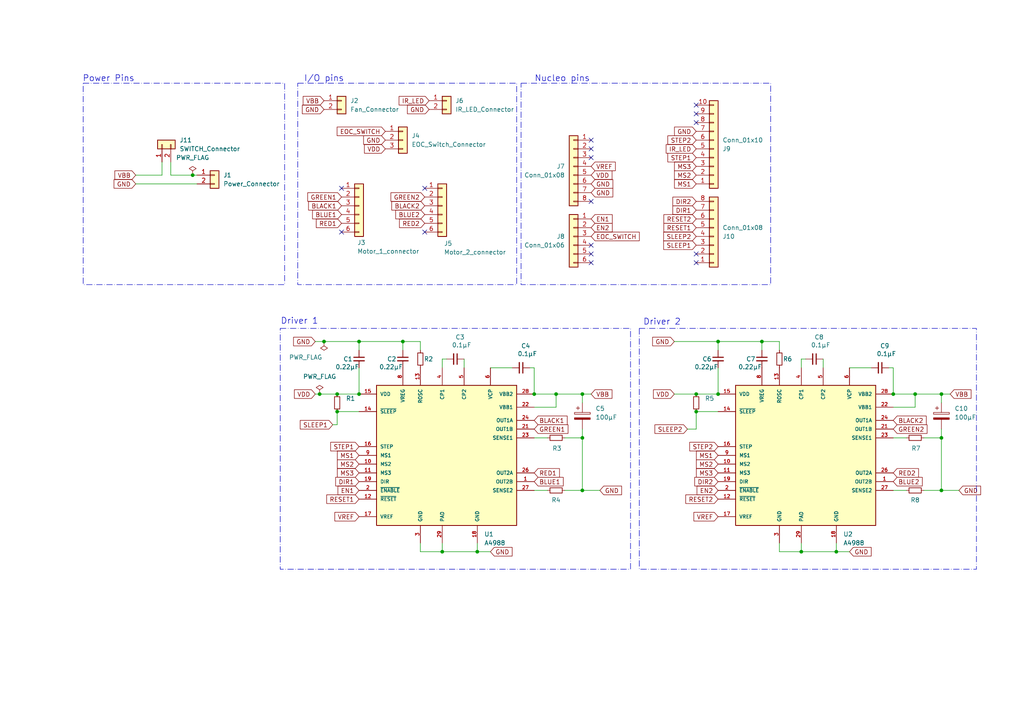
<source format=kicad_sch>
(kicad_sch
	(version 20231120)
	(generator "eeschema")
	(generator_version "8.0")
	(uuid "965d1d26-667e-4a58-b302-d26df24cf4f3")
	(paper "A4")
	(title_block
		(title "Stepper-Motor-Drivers")
		(date "2024-12-19")
		(company "ENSEA")
		(comment 1 "GEORGE Louis")
		(comment 2 "Archenault Maël")
	)
	(lib_symbols
		(symbol "A4988:A4988"
			(pin_names
				(offset 1.016)
			)
			(exclude_from_sim no)
			(in_bom yes)
			(on_board yes)
			(property "Reference" "U"
				(at -12.7 19.05 0)
				(effects
					(font
						(size 1.27 1.27)
					)
					(justify left bottom)
				)
			)
			(property "Value" "A4988"
				(at 4.826 -2.54 0)
				(effects
					(font
						(size 1.27 1.27)
					)
					(justify left bottom)
				)
			)
			(property "Footprint" "A4988_STEPPER_MOTOR_DRIVER_CARRIER_BLACK:MODULE_A4988_STEPPER_MOTOR_DRIVER_CARRIER_BLACK"
				(at 9.398 27.94 0)
				(effects
					(font
						(size 1.27 1.27)
					)
					(justify bottom)
					(hide yes)
				)
			)
			(property "Datasheet" ""
				(at -9.398 55.118 0)
				(effects
					(font
						(size 1.27 1.27)
					)
					(hide yes)
				)
			)
			(property "Description" "Stepper Motor Driver"
				(at -11.938 55.88 0)
				(effects
					(font
						(size 1.27 1.27)
					)
					(justify bottom)
					(hide yes)
				)
			)
			(property "MF" "Pololu"
				(at -11.176 45.72 0)
				(effects
					(font
						(size 1.27 1.27)
					)
					(justify bottom)
					(hide yes)
				)
			)
			(property "PACKAGE" "None"
				(at -11.176 65.532 0)
				(effects
					(font
						(size 1.27 1.27)
					)
					(justify bottom)
					(hide yes)
				)
			)
			(property "PRICE" "None"
				(at -3.556 66.294 0)
				(effects
					(font
						(size 1.27 1.27)
					)
					(justify bottom)
					(hide yes)
				)
			)
			(property "Package" "None"
				(at -20.574 67.056 0)
				(effects
					(font
						(size 1.27 1.27)
					)
					(justify bottom)
					(hide yes)
				)
			)
			(property "Check_prices" "https://www.snapeda.com/parts/A4988%20STEPPER%20MOTOR%20DRIVER%20CARRIER%20BLACK/Pololu/view-part/?ref=eda"
				(at -3.302 79.248 0)
				(effects
					(font
						(size 1.27 1.27)
					)
					(justify bottom)
					(hide yes)
				)
			)
			(property "Price" "None"
				(at -13.97 70.104 0)
				(effects
					(font
						(size 1.27 1.27)
					)
					(justify bottom)
					(hide yes)
				)
			)
			(property "SnapEDA_Link" "https://www.snapeda.com/parts/A4988%20STEPPER%20MOTOR%20DRIVER%20CARRIER%20BLACK/Pololu/view-part/?ref=snap"
				(at -1.524 35.306 0)
				(effects
					(font
						(size 1.27 1.27)
					)
					(justify bottom)
					(hide yes)
				)
			)
			(property "MP" "A4988 STEPPER MOTOR DRIVER CARRIER BLACK"
				(at -6.604 41.656 0)
				(effects
					(font
						(size 1.27 1.27)
					)
					(justify bottom)
					(hide yes)
				)
			)
			(property "Availability" "Not in stock"
				(at -10.668 60.452 0)
				(effects
					(font
						(size 1.27 1.27)
					)
					(justify bottom)
					(hide yes)
				)
			)
			(property "AVAILABILITY" "Unavailable"
				(at 24.892 44.45 0)
				(effects
					(font
						(size 1.27 1.27)
					)
					(justify bottom)
					(hide yes)
				)
			)
			(property "Description_1" "\n                        \n                            Stepper motor controler; IC: A4988; 1.2A; Uin mot: 8÷35V\n                        \n"
				(at -14.224 48.006 0)
				(effects
					(font
						(size 1.27 1.27)
					)
					(justify bottom)
					(hide yes)
				)
			)
			(symbol "A4988_0_0"
				(rectangle
					(start -12.7 17.78)
					(end 27.94 -22.86)
					(stroke
						(width 0.254)
						(type default)
					)
					(fill
						(type background)
					)
				)
				(pin input line
					(at -17.78 -5.08 0)
					(length 5.08)
					(name "MS2"
						(effects
							(font
								(size 1.016 1.016)
							)
						)
					)
					(number "10"
						(effects
							(font
								(size 1.016 1.016)
							)
						)
					)
				)
				(pin input line
					(at -17.78 -7.62 0)
					(length 5.08)
					(name "MS3"
						(effects
							(font
								(size 1.016 1.016)
							)
						)
					)
					(number "11"
						(effects
							(font
								(size 1.016 1.016)
							)
						)
					)
				)
				(pin input line
					(at -17.78 -15.24 0)
					(length 5.08)
					(name "~{RESET}"
						(effects
							(font
								(size 1.016 1.016)
							)
						)
					)
					(number "12"
						(effects
							(font
								(size 1.016 1.016)
							)
						)
					)
				)
				(pin input line
					(at -17.78 10.16 0)
					(length 5.08)
					(name "~{SLEEP}"
						(effects
							(font
								(size 1.016 1.016)
							)
						)
					)
					(number "14"
						(effects
							(font
								(size 1.016 1.016)
							)
						)
					)
				)
				(pin power_in line
					(at -17.78 15.24 0)
					(length 5.08)
					(name "VDD"
						(effects
							(font
								(size 1.016 1.016)
							)
						)
					)
					(number "15"
						(effects
							(font
								(size 1.016 1.016)
							)
						)
					)
				)
				(pin input line
					(at -17.78 0 0)
					(length 5.08)
					(name "STEP"
						(effects
							(font
								(size 1.016 1.016)
							)
						)
					)
					(number "16"
						(effects
							(font
								(size 1.016 1.016)
							)
						)
					)
				)
				(pin input line
					(at -17.78 -10.16 0)
					(length 5.08)
					(name "DIR"
						(effects
							(font
								(size 1.016 1.016)
							)
						)
					)
					(number "19"
						(effects
							(font
								(size 1.016 1.016)
							)
						)
					)
				)
				(pin input line
					(at -17.78 -12.7 0)
					(length 5.08)
					(name "~{ENABLE}"
						(effects
							(font
								(size 1.016 1.016)
							)
						)
					)
					(number "2"
						(effects
							(font
								(size 1.016 1.016)
							)
						)
					)
				)
				(pin input line
					(at -17.78 -2.54 0)
					(length 5.08)
					(name "MS1"
						(effects
							(font
								(size 1.016 1.016)
							)
						)
					)
					(number "9"
						(effects
							(font
								(size 1.016 1.016)
							)
						)
					)
				)
			)
			(symbol "A4988_1_0"
				(pin power_out line
					(at 33.02 -10.16 180)
					(length 5.08)
					(name "OUT2B"
						(effects
							(font
								(size 1.016 1.016)
							)
						)
					)
					(number "1"
						(effects
							(font
								(size 1.016 1.016)
							)
						)
					)
				)
				(pin input line
					(at 0 22.86 270)
					(length 5.08)
					(name "ROSC"
						(effects
							(font
								(size 1.016 1.016)
							)
						)
					)
					(number "13"
						(effects
							(font
								(size 1.016 1.016)
							)
						)
					)
				)
				(pin input line
					(at -17.78 -20.32 0)
					(length 5.08)
					(name "VREF"
						(effects
							(font
								(size 1.016 1.016)
							)
						)
					)
					(number "17"
						(effects
							(font
								(size 1.016 1.016)
							)
						)
					)
				)
				(pin power_in line
					(at 16.51 -27.94 90)
					(length 5.08)
					(name "GND"
						(effects
							(font
								(size 1.016 1.016)
							)
						)
					)
					(number "18"
						(effects
							(font
								(size 1.016 1.016)
							)
						)
					)
				)
				(pin no_connect line
					(at 26.67 -25.4 90)
					(length 2.54) hide
					(name ""
						(effects
							(font
								(size 1.27 1.27)
							)
						)
					)
					(number "20"
						(effects
							(font
								(size 1.27 1.27)
							)
						)
					)
				)
				(pin power_out line
					(at 33.02 5.08 180)
					(length 5.08)
					(name "OUT1B"
						(effects
							(font
								(size 1.016 1.016)
							)
						)
					)
					(number "21"
						(effects
							(font
								(size 1.016 1.016)
							)
						)
					)
				)
				(pin power_in line
					(at 33.02 11.43 180)
					(length 5.08)
					(name "VBB1"
						(effects
							(font
								(size 1.016 1.016)
							)
						)
					)
					(number "22"
						(effects
							(font
								(size 1.016 1.016)
							)
						)
					)
				)
				(pin output line
					(at 33.02 2.54 180)
					(length 5.08)
					(name "SENSE1"
						(effects
							(font
								(size 1.016 1.016)
							)
						)
					)
					(number "23"
						(effects
							(font
								(size 1.016 1.016)
							)
						)
					)
				)
				(pin power_out line
					(at 33.02 7.62 180)
					(length 5.08)
					(name "OUT1A"
						(effects
							(font
								(size 1.016 1.016)
							)
						)
					)
					(number "24"
						(effects
							(font
								(size 1.016 1.016)
							)
						)
					)
				)
				(pin no_connect line
					(at 30.48 -19.05 180)
					(length 2.54) hide
					(name ""
						(effects
							(font
								(size 1.27 1.27)
							)
						)
					)
					(number "25"
						(effects
							(font
								(size 1.27 1.27)
							)
						)
					)
				)
				(pin power_out line
					(at 33.02 -7.62 180)
					(length 5.08)
					(name "OUT2A"
						(effects
							(font
								(size 1.016 1.016)
							)
						)
					)
					(number "26"
						(effects
							(font
								(size 1.016 1.016)
							)
						)
					)
				)
				(pin output line
					(at 33.02 -12.7 180)
					(length 5.08)
					(name "SENSE2"
						(effects
							(font
								(size 1.016 1.016)
							)
						)
					)
					(number "27"
						(effects
							(font
								(size 1.016 1.016)
							)
						)
					)
				)
				(pin power_in line
					(at 33.02 15.24 180)
					(length 5.08)
					(name "VBB2"
						(effects
							(font
								(size 1.016 1.016)
							)
						)
					)
					(number "28"
						(effects
							(font
								(size 1.016 1.016)
							)
						)
					)
				)
				(pin power_in line
					(at 6.35 -27.94 90)
					(length 5.08)
					(name "PAD"
						(effects
							(font
								(size 1.016 1.016)
							)
						)
					)
					(number "29"
						(effects
							(font
								(size 1.016 1.016)
							)
						)
					)
				)
				(pin power_in line
					(at 0 -27.94 90)
					(length 5.08)
					(name "GND"
						(effects
							(font
								(size 1.016 1.016)
							)
						)
					)
					(number "3"
						(effects
							(font
								(size 1.016 1.016)
							)
						)
					)
				)
				(pin input line
					(at 6.35 22.86 270)
					(length 5.08)
					(name "CP1"
						(effects
							(font
								(size 1.016 1.016)
							)
						)
					)
					(number "4"
						(effects
							(font
								(size 1.016 1.016)
							)
						)
					)
				)
				(pin input line
					(at 12.7 22.86 270)
					(length 5.08)
					(name "CP2"
						(effects
							(font
								(size 1.016 1.016)
							)
						)
					)
					(number "5"
						(effects
							(font
								(size 1.016 1.016)
							)
						)
					)
				)
				(pin output line
					(at 20.32 22.86 270)
					(length 5.08)
					(name "VCP"
						(effects
							(font
								(size 1.016 1.016)
							)
						)
					)
					(number "6"
						(effects
							(font
								(size 1.016 1.016)
							)
						)
					)
				)
				(pin no_connect line
					(at 22.86 -25.4 90)
					(length 2.54) hide
					(name ""
						(effects
							(font
								(size 1.27 1.27)
							)
						)
					)
					(number "7"
						(effects
							(font
								(size 1.27 1.27)
							)
						)
					)
				)
				(pin input line
					(at -5.08 22.86 270)
					(length 5.08)
					(name "VREG"
						(effects
							(font
								(size 1.016 1.016)
							)
						)
					)
					(number "8"
						(effects
							(font
								(size 1.016 1.016)
							)
						)
					)
				)
			)
		)
		(symbol "Connector_Generic:Conn_01x02"
			(pin_names
				(offset 1.016) hide)
			(exclude_from_sim no)
			(in_bom yes)
			(on_board yes)
			(property "Reference" "J"
				(at 0 2.54 0)
				(effects
					(font
						(size 1.27 1.27)
					)
				)
			)
			(property "Value" "Conn_01x02"
				(at 0 -5.08 0)
				(effects
					(font
						(size 1.27 1.27)
					)
				)
			)
			(property "Footprint" ""
				(at 0 0 0)
				(effects
					(font
						(size 1.27 1.27)
					)
					(hide yes)
				)
			)
			(property "Datasheet" "~"
				(at 0 0 0)
				(effects
					(font
						(size 1.27 1.27)
					)
					(hide yes)
				)
			)
			(property "Description" "Generic connector, single row, 01x02, script generated (kicad-library-utils/schlib/autogen/connector/)"
				(at 0 0 0)
				(effects
					(font
						(size 1.27 1.27)
					)
					(hide yes)
				)
			)
			(property "ki_keywords" "connector"
				(at 0 0 0)
				(effects
					(font
						(size 1.27 1.27)
					)
					(hide yes)
				)
			)
			(property "ki_fp_filters" "Connector*:*_1x??_*"
				(at 0 0 0)
				(effects
					(font
						(size 1.27 1.27)
					)
					(hide yes)
				)
			)
			(symbol "Conn_01x02_1_1"
				(rectangle
					(start -1.27 -2.413)
					(end 0 -2.667)
					(stroke
						(width 0.1524)
						(type default)
					)
					(fill
						(type none)
					)
				)
				(rectangle
					(start -1.27 0.127)
					(end 0 -0.127)
					(stroke
						(width 0.1524)
						(type default)
					)
					(fill
						(type none)
					)
				)
				(rectangle
					(start -1.27 1.27)
					(end 1.27 -3.81)
					(stroke
						(width 0.254)
						(type default)
					)
					(fill
						(type background)
					)
				)
				(pin passive line
					(at -5.08 0 0)
					(length 3.81)
					(name "Pin_1"
						(effects
							(font
								(size 1.27 1.27)
							)
						)
					)
					(number "1"
						(effects
							(font
								(size 1.27 1.27)
							)
						)
					)
				)
				(pin passive line
					(at -5.08 -2.54 0)
					(length 3.81)
					(name "Pin_2"
						(effects
							(font
								(size 1.27 1.27)
							)
						)
					)
					(number "2"
						(effects
							(font
								(size 1.27 1.27)
							)
						)
					)
				)
			)
		)
		(symbol "Connector_Generic:Conn_01x03"
			(pin_names
				(offset 1.016) hide)
			(exclude_from_sim no)
			(in_bom yes)
			(on_board yes)
			(property "Reference" "J"
				(at 0 5.08 0)
				(effects
					(font
						(size 1.27 1.27)
					)
				)
			)
			(property "Value" "Conn_01x03"
				(at 0 -5.08 0)
				(effects
					(font
						(size 1.27 1.27)
					)
				)
			)
			(property "Footprint" ""
				(at 0 0 0)
				(effects
					(font
						(size 1.27 1.27)
					)
					(hide yes)
				)
			)
			(property "Datasheet" "~"
				(at 0 0 0)
				(effects
					(font
						(size 1.27 1.27)
					)
					(hide yes)
				)
			)
			(property "Description" "Generic connector, single row, 01x03, script generated (kicad-library-utils/schlib/autogen/connector/)"
				(at 0 0 0)
				(effects
					(font
						(size 1.27 1.27)
					)
					(hide yes)
				)
			)
			(property "ki_keywords" "connector"
				(at 0 0 0)
				(effects
					(font
						(size 1.27 1.27)
					)
					(hide yes)
				)
			)
			(property "ki_fp_filters" "Connector*:*_1x??_*"
				(at 0 0 0)
				(effects
					(font
						(size 1.27 1.27)
					)
					(hide yes)
				)
			)
			(symbol "Conn_01x03_1_1"
				(rectangle
					(start -1.27 -2.413)
					(end 0 -2.667)
					(stroke
						(width 0.1524)
						(type default)
					)
					(fill
						(type none)
					)
				)
				(rectangle
					(start -1.27 0.127)
					(end 0 -0.127)
					(stroke
						(width 0.1524)
						(type default)
					)
					(fill
						(type none)
					)
				)
				(rectangle
					(start -1.27 2.667)
					(end 0 2.413)
					(stroke
						(width 0.1524)
						(type default)
					)
					(fill
						(type none)
					)
				)
				(rectangle
					(start -1.27 3.81)
					(end 1.27 -3.81)
					(stroke
						(width 0.254)
						(type default)
					)
					(fill
						(type background)
					)
				)
				(pin passive line
					(at -5.08 2.54 0)
					(length 3.81)
					(name "Pin_1"
						(effects
							(font
								(size 1.27 1.27)
							)
						)
					)
					(number "1"
						(effects
							(font
								(size 1.27 1.27)
							)
						)
					)
				)
				(pin passive line
					(at -5.08 0 0)
					(length 3.81)
					(name "Pin_2"
						(effects
							(font
								(size 1.27 1.27)
							)
						)
					)
					(number "2"
						(effects
							(font
								(size 1.27 1.27)
							)
						)
					)
				)
				(pin passive line
					(at -5.08 -2.54 0)
					(length 3.81)
					(name "Pin_3"
						(effects
							(font
								(size 1.27 1.27)
							)
						)
					)
					(number "3"
						(effects
							(font
								(size 1.27 1.27)
							)
						)
					)
				)
			)
		)
		(symbol "Connector_Generic:Conn_01x06"
			(pin_names
				(offset 1.016) hide)
			(exclude_from_sim no)
			(in_bom yes)
			(on_board yes)
			(property "Reference" "J"
				(at 0 7.62 0)
				(effects
					(font
						(size 1.27 1.27)
					)
				)
			)
			(property "Value" "Conn_01x06"
				(at 0 -10.16 0)
				(effects
					(font
						(size 1.27 1.27)
					)
				)
			)
			(property "Footprint" ""
				(at 0 0 0)
				(effects
					(font
						(size 1.27 1.27)
					)
					(hide yes)
				)
			)
			(property "Datasheet" "~"
				(at 0 0 0)
				(effects
					(font
						(size 1.27 1.27)
					)
					(hide yes)
				)
			)
			(property "Description" "Generic connector, single row, 01x06, script generated (kicad-library-utils/schlib/autogen/connector/)"
				(at 0 0 0)
				(effects
					(font
						(size 1.27 1.27)
					)
					(hide yes)
				)
			)
			(property "ki_keywords" "connector"
				(at 0 0 0)
				(effects
					(font
						(size 1.27 1.27)
					)
					(hide yes)
				)
			)
			(property "ki_fp_filters" "Connector*:*_1x??_*"
				(at 0 0 0)
				(effects
					(font
						(size 1.27 1.27)
					)
					(hide yes)
				)
			)
			(symbol "Conn_01x06_1_1"
				(rectangle
					(start -1.27 -7.493)
					(end 0 -7.747)
					(stroke
						(width 0.1524)
						(type default)
					)
					(fill
						(type none)
					)
				)
				(rectangle
					(start -1.27 -4.953)
					(end 0 -5.207)
					(stroke
						(width 0.1524)
						(type default)
					)
					(fill
						(type none)
					)
				)
				(rectangle
					(start -1.27 -2.413)
					(end 0 -2.667)
					(stroke
						(width 0.1524)
						(type default)
					)
					(fill
						(type none)
					)
				)
				(rectangle
					(start -1.27 0.127)
					(end 0 -0.127)
					(stroke
						(width 0.1524)
						(type default)
					)
					(fill
						(type none)
					)
				)
				(rectangle
					(start -1.27 2.667)
					(end 0 2.413)
					(stroke
						(width 0.1524)
						(type default)
					)
					(fill
						(type none)
					)
				)
				(rectangle
					(start -1.27 5.207)
					(end 0 4.953)
					(stroke
						(width 0.1524)
						(type default)
					)
					(fill
						(type none)
					)
				)
				(rectangle
					(start -1.27 6.35)
					(end 1.27 -8.89)
					(stroke
						(width 0.254)
						(type default)
					)
					(fill
						(type background)
					)
				)
				(pin passive line
					(at -5.08 5.08 0)
					(length 3.81)
					(name "Pin_1"
						(effects
							(font
								(size 1.27 1.27)
							)
						)
					)
					(number "1"
						(effects
							(font
								(size 1.27 1.27)
							)
						)
					)
				)
				(pin passive line
					(at -5.08 2.54 0)
					(length 3.81)
					(name "Pin_2"
						(effects
							(font
								(size 1.27 1.27)
							)
						)
					)
					(number "2"
						(effects
							(font
								(size 1.27 1.27)
							)
						)
					)
				)
				(pin passive line
					(at -5.08 0 0)
					(length 3.81)
					(name "Pin_3"
						(effects
							(font
								(size 1.27 1.27)
							)
						)
					)
					(number "3"
						(effects
							(font
								(size 1.27 1.27)
							)
						)
					)
				)
				(pin passive line
					(at -5.08 -2.54 0)
					(length 3.81)
					(name "Pin_4"
						(effects
							(font
								(size 1.27 1.27)
							)
						)
					)
					(number "4"
						(effects
							(font
								(size 1.27 1.27)
							)
						)
					)
				)
				(pin passive line
					(at -5.08 -5.08 0)
					(length 3.81)
					(name "Pin_5"
						(effects
							(font
								(size 1.27 1.27)
							)
						)
					)
					(number "5"
						(effects
							(font
								(size 1.27 1.27)
							)
						)
					)
				)
				(pin passive line
					(at -5.08 -7.62 0)
					(length 3.81)
					(name "Pin_6"
						(effects
							(font
								(size 1.27 1.27)
							)
						)
					)
					(number "6"
						(effects
							(font
								(size 1.27 1.27)
							)
						)
					)
				)
			)
		)
		(symbol "Connector_Generic:Conn_01x08"
			(pin_names
				(offset 1.016) hide)
			(exclude_from_sim no)
			(in_bom yes)
			(on_board yes)
			(property "Reference" "J"
				(at 0 10.16 0)
				(effects
					(font
						(size 1.27 1.27)
					)
				)
			)
			(property "Value" "Conn_01x08"
				(at 0 -12.7 0)
				(effects
					(font
						(size 1.27 1.27)
					)
				)
			)
			(property "Footprint" ""
				(at 0 0 0)
				(effects
					(font
						(size 1.27 1.27)
					)
					(hide yes)
				)
			)
			(property "Datasheet" "~"
				(at 0 0 0)
				(effects
					(font
						(size 1.27 1.27)
					)
					(hide yes)
				)
			)
			(property "Description" "Generic connector, single row, 01x08, script generated (kicad-library-utils/schlib/autogen/connector/)"
				(at 0 0 0)
				(effects
					(font
						(size 1.27 1.27)
					)
					(hide yes)
				)
			)
			(property "ki_keywords" "connector"
				(at 0 0 0)
				(effects
					(font
						(size 1.27 1.27)
					)
					(hide yes)
				)
			)
			(property "ki_fp_filters" "Connector*:*_1x??_*"
				(at 0 0 0)
				(effects
					(font
						(size 1.27 1.27)
					)
					(hide yes)
				)
			)
			(symbol "Conn_01x08_1_1"
				(rectangle
					(start -1.27 -10.033)
					(end 0 -10.287)
					(stroke
						(width 0.1524)
						(type default)
					)
					(fill
						(type none)
					)
				)
				(rectangle
					(start -1.27 -7.493)
					(end 0 -7.747)
					(stroke
						(width 0.1524)
						(type default)
					)
					(fill
						(type none)
					)
				)
				(rectangle
					(start -1.27 -4.953)
					(end 0 -5.207)
					(stroke
						(width 0.1524)
						(type default)
					)
					(fill
						(type none)
					)
				)
				(rectangle
					(start -1.27 -2.413)
					(end 0 -2.667)
					(stroke
						(width 0.1524)
						(type default)
					)
					(fill
						(type none)
					)
				)
				(rectangle
					(start -1.27 0.127)
					(end 0 -0.127)
					(stroke
						(width 0.1524)
						(type default)
					)
					(fill
						(type none)
					)
				)
				(rectangle
					(start -1.27 2.667)
					(end 0 2.413)
					(stroke
						(width 0.1524)
						(type default)
					)
					(fill
						(type none)
					)
				)
				(rectangle
					(start -1.27 5.207)
					(end 0 4.953)
					(stroke
						(width 0.1524)
						(type default)
					)
					(fill
						(type none)
					)
				)
				(rectangle
					(start -1.27 7.747)
					(end 0 7.493)
					(stroke
						(width 0.1524)
						(type default)
					)
					(fill
						(type none)
					)
				)
				(rectangle
					(start -1.27 8.89)
					(end 1.27 -11.43)
					(stroke
						(width 0.254)
						(type default)
					)
					(fill
						(type background)
					)
				)
				(pin passive line
					(at -5.08 7.62 0)
					(length 3.81)
					(name "Pin_1"
						(effects
							(font
								(size 1.27 1.27)
							)
						)
					)
					(number "1"
						(effects
							(font
								(size 1.27 1.27)
							)
						)
					)
				)
				(pin passive line
					(at -5.08 5.08 0)
					(length 3.81)
					(name "Pin_2"
						(effects
							(font
								(size 1.27 1.27)
							)
						)
					)
					(number "2"
						(effects
							(font
								(size 1.27 1.27)
							)
						)
					)
				)
				(pin passive line
					(at -5.08 2.54 0)
					(length 3.81)
					(name "Pin_3"
						(effects
							(font
								(size 1.27 1.27)
							)
						)
					)
					(number "3"
						(effects
							(font
								(size 1.27 1.27)
							)
						)
					)
				)
				(pin passive line
					(at -5.08 0 0)
					(length 3.81)
					(name "Pin_4"
						(effects
							(font
								(size 1.27 1.27)
							)
						)
					)
					(number "4"
						(effects
							(font
								(size 1.27 1.27)
							)
						)
					)
				)
				(pin passive line
					(at -5.08 -2.54 0)
					(length 3.81)
					(name "Pin_5"
						(effects
							(font
								(size 1.27 1.27)
							)
						)
					)
					(number "5"
						(effects
							(font
								(size 1.27 1.27)
							)
						)
					)
				)
				(pin passive line
					(at -5.08 -5.08 0)
					(length 3.81)
					(name "Pin_6"
						(effects
							(font
								(size 1.27 1.27)
							)
						)
					)
					(number "6"
						(effects
							(font
								(size 1.27 1.27)
							)
						)
					)
				)
				(pin passive line
					(at -5.08 -7.62 0)
					(length 3.81)
					(name "Pin_7"
						(effects
							(font
								(size 1.27 1.27)
							)
						)
					)
					(number "7"
						(effects
							(font
								(size 1.27 1.27)
							)
						)
					)
				)
				(pin passive line
					(at -5.08 -10.16 0)
					(length 3.81)
					(name "Pin_8"
						(effects
							(font
								(size 1.27 1.27)
							)
						)
					)
					(number "8"
						(effects
							(font
								(size 1.27 1.27)
							)
						)
					)
				)
			)
		)
		(symbol "Connector_Generic:Conn_01x10"
			(pin_names
				(offset 1.016) hide)
			(exclude_from_sim no)
			(in_bom yes)
			(on_board yes)
			(property "Reference" "J"
				(at 0 12.7 0)
				(effects
					(font
						(size 1.27 1.27)
					)
				)
			)
			(property "Value" "Conn_01x10"
				(at 0 -15.24 0)
				(effects
					(font
						(size 1.27 1.27)
					)
				)
			)
			(property "Footprint" ""
				(at 0 0 0)
				(effects
					(font
						(size 1.27 1.27)
					)
					(hide yes)
				)
			)
			(property "Datasheet" "~"
				(at 0 0 0)
				(effects
					(font
						(size 1.27 1.27)
					)
					(hide yes)
				)
			)
			(property "Description" "Generic connector, single row, 01x10, script generated (kicad-library-utils/schlib/autogen/connector/)"
				(at 0 0 0)
				(effects
					(font
						(size 1.27 1.27)
					)
					(hide yes)
				)
			)
			(property "ki_keywords" "connector"
				(at 0 0 0)
				(effects
					(font
						(size 1.27 1.27)
					)
					(hide yes)
				)
			)
			(property "ki_fp_filters" "Connector*:*_1x??_*"
				(at 0 0 0)
				(effects
					(font
						(size 1.27 1.27)
					)
					(hide yes)
				)
			)
			(symbol "Conn_01x10_1_1"
				(rectangle
					(start -1.27 -12.573)
					(end 0 -12.827)
					(stroke
						(width 0.1524)
						(type default)
					)
					(fill
						(type none)
					)
				)
				(rectangle
					(start -1.27 -10.033)
					(end 0 -10.287)
					(stroke
						(width 0.1524)
						(type default)
					)
					(fill
						(type none)
					)
				)
				(rectangle
					(start -1.27 -7.493)
					(end 0 -7.747)
					(stroke
						(width 0.1524)
						(type default)
					)
					(fill
						(type none)
					)
				)
				(rectangle
					(start -1.27 -4.953)
					(end 0 -5.207)
					(stroke
						(width 0.1524)
						(type default)
					)
					(fill
						(type none)
					)
				)
				(rectangle
					(start -1.27 -2.413)
					(end 0 -2.667)
					(stroke
						(width 0.1524)
						(type default)
					)
					(fill
						(type none)
					)
				)
				(rectangle
					(start -1.27 0.127)
					(end 0 -0.127)
					(stroke
						(width 0.1524)
						(type default)
					)
					(fill
						(type none)
					)
				)
				(rectangle
					(start -1.27 2.667)
					(end 0 2.413)
					(stroke
						(width 0.1524)
						(type default)
					)
					(fill
						(type none)
					)
				)
				(rectangle
					(start -1.27 5.207)
					(end 0 4.953)
					(stroke
						(width 0.1524)
						(type default)
					)
					(fill
						(type none)
					)
				)
				(rectangle
					(start -1.27 7.747)
					(end 0 7.493)
					(stroke
						(width 0.1524)
						(type default)
					)
					(fill
						(type none)
					)
				)
				(rectangle
					(start -1.27 10.287)
					(end 0 10.033)
					(stroke
						(width 0.1524)
						(type default)
					)
					(fill
						(type none)
					)
				)
				(rectangle
					(start -1.27 11.43)
					(end 1.27 -13.97)
					(stroke
						(width 0.254)
						(type default)
					)
					(fill
						(type background)
					)
				)
				(pin passive line
					(at -5.08 10.16 0)
					(length 3.81)
					(name "Pin_1"
						(effects
							(font
								(size 1.27 1.27)
							)
						)
					)
					(number "1"
						(effects
							(font
								(size 1.27 1.27)
							)
						)
					)
				)
				(pin passive line
					(at -5.08 -12.7 0)
					(length 3.81)
					(name "Pin_10"
						(effects
							(font
								(size 1.27 1.27)
							)
						)
					)
					(number "10"
						(effects
							(font
								(size 1.27 1.27)
							)
						)
					)
				)
				(pin passive line
					(at -5.08 7.62 0)
					(length 3.81)
					(name "Pin_2"
						(effects
							(font
								(size 1.27 1.27)
							)
						)
					)
					(number "2"
						(effects
							(font
								(size 1.27 1.27)
							)
						)
					)
				)
				(pin passive line
					(at -5.08 5.08 0)
					(length 3.81)
					(name "Pin_3"
						(effects
							(font
								(size 1.27 1.27)
							)
						)
					)
					(number "3"
						(effects
							(font
								(size 1.27 1.27)
							)
						)
					)
				)
				(pin passive line
					(at -5.08 2.54 0)
					(length 3.81)
					(name "Pin_4"
						(effects
							(font
								(size 1.27 1.27)
							)
						)
					)
					(number "4"
						(effects
							(font
								(size 1.27 1.27)
							)
						)
					)
				)
				(pin passive line
					(at -5.08 0 0)
					(length 3.81)
					(name "Pin_5"
						(effects
							(font
								(size 1.27 1.27)
							)
						)
					)
					(number "5"
						(effects
							(font
								(size 1.27 1.27)
							)
						)
					)
				)
				(pin passive line
					(at -5.08 -2.54 0)
					(length 3.81)
					(name "Pin_6"
						(effects
							(font
								(size 1.27 1.27)
							)
						)
					)
					(number "6"
						(effects
							(font
								(size 1.27 1.27)
							)
						)
					)
				)
				(pin passive line
					(at -5.08 -5.08 0)
					(length 3.81)
					(name "Pin_7"
						(effects
							(font
								(size 1.27 1.27)
							)
						)
					)
					(number "7"
						(effects
							(font
								(size 1.27 1.27)
							)
						)
					)
				)
				(pin passive line
					(at -5.08 -7.62 0)
					(length 3.81)
					(name "Pin_8"
						(effects
							(font
								(size 1.27 1.27)
							)
						)
					)
					(number "8"
						(effects
							(font
								(size 1.27 1.27)
							)
						)
					)
				)
				(pin passive line
					(at -5.08 -10.16 0)
					(length 3.81)
					(name "Pin_9"
						(effects
							(font
								(size 1.27 1.27)
							)
						)
					)
					(number "9"
						(effects
							(font
								(size 1.27 1.27)
							)
						)
					)
				)
			)
		)
		(symbol "Device:C_Polarized"
			(pin_numbers hide)
			(pin_names
				(offset 0.254)
			)
			(exclude_from_sim no)
			(in_bom yes)
			(on_board yes)
			(property "Reference" "C"
				(at 0.635 2.54 0)
				(effects
					(font
						(size 1.27 1.27)
					)
					(justify left)
				)
			)
			(property "Value" "C_Polarized"
				(at 0.635 -2.54 0)
				(effects
					(font
						(size 1.27 1.27)
					)
					(justify left)
				)
			)
			(property "Footprint" ""
				(at 0.9652 -3.81 0)
				(effects
					(font
						(size 1.27 1.27)
					)
					(hide yes)
				)
			)
			(property "Datasheet" "~"
				(at 0 0 0)
				(effects
					(font
						(size 1.27 1.27)
					)
					(hide yes)
				)
			)
			(property "Description" "Polarized capacitor"
				(at 0 0 0)
				(effects
					(font
						(size 1.27 1.27)
					)
					(hide yes)
				)
			)
			(property "ki_keywords" "cap capacitor"
				(at 0 0 0)
				(effects
					(font
						(size 1.27 1.27)
					)
					(hide yes)
				)
			)
			(property "ki_fp_filters" "CP_*"
				(at 0 0 0)
				(effects
					(font
						(size 1.27 1.27)
					)
					(hide yes)
				)
			)
			(symbol "C_Polarized_0_1"
				(rectangle
					(start -2.286 0.508)
					(end 2.286 1.016)
					(stroke
						(width 0)
						(type default)
					)
					(fill
						(type none)
					)
				)
				(polyline
					(pts
						(xy -1.778 2.286) (xy -0.762 2.286)
					)
					(stroke
						(width 0)
						(type default)
					)
					(fill
						(type none)
					)
				)
				(polyline
					(pts
						(xy -1.27 2.794) (xy -1.27 1.778)
					)
					(stroke
						(width 0)
						(type default)
					)
					(fill
						(type none)
					)
				)
				(rectangle
					(start 2.286 -0.508)
					(end -2.286 -1.016)
					(stroke
						(width 0)
						(type default)
					)
					(fill
						(type outline)
					)
				)
			)
			(symbol "C_Polarized_1_1"
				(pin passive line
					(at 0 3.81 270)
					(length 2.794)
					(name "~"
						(effects
							(font
								(size 1.27 1.27)
							)
						)
					)
					(number "1"
						(effects
							(font
								(size 1.27 1.27)
							)
						)
					)
				)
				(pin passive line
					(at 0 -3.81 90)
					(length 2.794)
					(name "~"
						(effects
							(font
								(size 1.27 1.27)
							)
						)
					)
					(number "2"
						(effects
							(font
								(size 1.27 1.27)
							)
						)
					)
				)
			)
		)
		(symbol "Device:C_Small"
			(pin_numbers hide)
			(pin_names
				(offset 0.254) hide)
			(exclude_from_sim no)
			(in_bom yes)
			(on_board yes)
			(property "Reference" "C"
				(at 0.254 1.778 0)
				(effects
					(font
						(size 1.27 1.27)
					)
					(justify left)
				)
			)
			(property "Value" "C_Small"
				(at 0.254 -2.032 0)
				(effects
					(font
						(size 1.27 1.27)
					)
					(justify left)
				)
			)
			(property "Footprint" ""
				(at 0 0 0)
				(effects
					(font
						(size 1.27 1.27)
					)
					(hide yes)
				)
			)
			(property "Datasheet" "~"
				(at 0 0 0)
				(effects
					(font
						(size 1.27 1.27)
					)
					(hide yes)
				)
			)
			(property "Description" "Unpolarized capacitor, small symbol"
				(at 0 0 0)
				(effects
					(font
						(size 1.27 1.27)
					)
					(hide yes)
				)
			)
			(property "ki_keywords" "capacitor cap"
				(at 0 0 0)
				(effects
					(font
						(size 1.27 1.27)
					)
					(hide yes)
				)
			)
			(property "ki_fp_filters" "C_*"
				(at 0 0 0)
				(effects
					(font
						(size 1.27 1.27)
					)
					(hide yes)
				)
			)
			(symbol "C_Small_0_1"
				(polyline
					(pts
						(xy -1.524 -0.508) (xy 1.524 -0.508)
					)
					(stroke
						(width 0.3302)
						(type default)
					)
					(fill
						(type none)
					)
				)
				(polyline
					(pts
						(xy -1.524 0.508) (xy 1.524 0.508)
					)
					(stroke
						(width 0.3048)
						(type default)
					)
					(fill
						(type none)
					)
				)
			)
			(symbol "C_Small_1_1"
				(pin passive line
					(at 0 2.54 270)
					(length 2.032)
					(name "~"
						(effects
							(font
								(size 1.27 1.27)
							)
						)
					)
					(number "1"
						(effects
							(font
								(size 1.27 1.27)
							)
						)
					)
				)
				(pin passive line
					(at 0 -2.54 90)
					(length 2.032)
					(name "~"
						(effects
							(font
								(size 1.27 1.27)
							)
						)
					)
					(number "2"
						(effects
							(font
								(size 1.27 1.27)
							)
						)
					)
				)
			)
		)
		(symbol "Device:R_Small"
			(pin_numbers hide)
			(pin_names
				(offset 0.254) hide)
			(exclude_from_sim no)
			(in_bom yes)
			(on_board yes)
			(property "Reference" "R"
				(at 0.762 0.508 0)
				(effects
					(font
						(size 1.27 1.27)
					)
					(justify left)
				)
			)
			(property "Value" "R_Small"
				(at 0.762 -1.016 0)
				(effects
					(font
						(size 1.27 1.27)
					)
					(justify left)
				)
			)
			(property "Footprint" ""
				(at 0 0 0)
				(effects
					(font
						(size 1.27 1.27)
					)
					(hide yes)
				)
			)
			(property "Datasheet" "~"
				(at 0 0 0)
				(effects
					(font
						(size 1.27 1.27)
					)
					(hide yes)
				)
			)
			(property "Description" "Resistor, small symbol"
				(at 0 0 0)
				(effects
					(font
						(size 1.27 1.27)
					)
					(hide yes)
				)
			)
			(property "ki_keywords" "R resistor"
				(at 0 0 0)
				(effects
					(font
						(size 1.27 1.27)
					)
					(hide yes)
				)
			)
			(property "ki_fp_filters" "R_*"
				(at 0 0 0)
				(effects
					(font
						(size 1.27 1.27)
					)
					(hide yes)
				)
			)
			(symbol "R_Small_0_1"
				(rectangle
					(start -0.762 1.778)
					(end 0.762 -1.778)
					(stroke
						(width 0.2032)
						(type default)
					)
					(fill
						(type none)
					)
				)
			)
			(symbol "R_Small_1_1"
				(pin passive line
					(at 0 2.54 270)
					(length 0.762)
					(name "~"
						(effects
							(font
								(size 1.27 1.27)
							)
						)
					)
					(number "1"
						(effects
							(font
								(size 1.27 1.27)
							)
						)
					)
				)
				(pin passive line
					(at 0 -2.54 90)
					(length 0.762)
					(name "~"
						(effects
							(font
								(size 1.27 1.27)
							)
						)
					)
					(number "2"
						(effects
							(font
								(size 1.27 1.27)
							)
						)
					)
				)
			)
		)
		(symbol "power:PWR_FLAG"
			(power)
			(pin_numbers hide)
			(pin_names
				(offset 0) hide)
			(exclude_from_sim no)
			(in_bom yes)
			(on_board yes)
			(property "Reference" "#FLG"
				(at 0 1.905 0)
				(effects
					(font
						(size 1.27 1.27)
					)
					(hide yes)
				)
			)
			(property "Value" "PWR_FLAG"
				(at 0 3.81 0)
				(effects
					(font
						(size 1.27 1.27)
					)
				)
			)
			(property "Footprint" ""
				(at 0 0 0)
				(effects
					(font
						(size 1.27 1.27)
					)
					(hide yes)
				)
			)
			(property "Datasheet" "~"
				(at 0 0 0)
				(effects
					(font
						(size 1.27 1.27)
					)
					(hide yes)
				)
			)
			(property "Description" "Special symbol for telling ERC where power comes from"
				(at 0 0 0)
				(effects
					(font
						(size 1.27 1.27)
					)
					(hide yes)
				)
			)
			(property "ki_keywords" "flag power"
				(at 0 0 0)
				(effects
					(font
						(size 1.27 1.27)
					)
					(hide yes)
				)
			)
			(symbol "PWR_FLAG_0_0"
				(pin power_out line
					(at 0 0 90)
					(length 0)
					(name "~"
						(effects
							(font
								(size 1.27 1.27)
							)
						)
					)
					(number "1"
						(effects
							(font
								(size 1.27 1.27)
							)
						)
					)
				)
			)
			(symbol "PWR_FLAG_0_1"
				(polyline
					(pts
						(xy 0 0) (xy 0 1.27) (xy -1.016 1.905) (xy 0 2.54) (xy 1.016 1.905) (xy 0 1.27)
					)
					(stroke
						(width 0)
						(type default)
					)
					(fill
						(type none)
					)
				)
			)
		)
	)
	(junction
		(at 201.93 114.3)
		(diameter 0)
		(color 0 0 0 0)
		(uuid "04f8574a-fcb3-4a58-815e-da6f1364a4b4")
	)
	(junction
		(at 259.08 114.3)
		(diameter 0)
		(color 0 0 0 0)
		(uuid "0dba05aa-682e-41c9-b7e4-36e3536a8341")
	)
	(junction
		(at 128.27 160.02)
		(diameter 0)
		(color 0 0 0 0)
		(uuid "16978f12-c72c-41ae-8bc4-d056c7d6ecde")
	)
	(junction
		(at 138.43 160.02)
		(diameter 0)
		(color 0 0 0 0)
		(uuid "22ff289c-bc57-4ef1-b3cd-78f313e10199")
	)
	(junction
		(at 104.14 99.06)
		(diameter 0)
		(color 0 0 0 0)
		(uuid "27d278cd-4c3d-4b2c-9b39-26f4515968fc")
	)
	(junction
		(at 232.41 160.02)
		(diameter 0)
		(color 0 0 0 0)
		(uuid "30c8d611-e372-48ea-8467-accb46002baf")
	)
	(junction
		(at 92.71 114.3)
		(diameter 0)
		(color 0 0 0 0)
		(uuid "472269f7-6bfb-4930-826d-3a38ea185e08")
	)
	(junction
		(at 168.91 114.3)
		(diameter 0)
		(color 0 0 0 0)
		(uuid "60866683-5a61-40c1-93ed-bc555e717b87")
	)
	(junction
		(at 273.05 114.3)
		(diameter 0)
		(color 0 0 0 0)
		(uuid "647e08b9-489f-40fa-b67f-d0e849d90571")
	)
	(junction
		(at 208.28 114.3)
		(diameter 0)
		(color 0 0 0 0)
		(uuid "6ac5044b-a946-490f-a41d-dc6af6af63c6")
	)
	(junction
		(at 161.29 114.3)
		(diameter 0)
		(color 0 0 0 0)
		(uuid "714697a1-4056-4128-9a98-126eebb8e88a")
	)
	(junction
		(at 208.28 99.06)
		(diameter 0)
		(color 0 0 0 0)
		(uuid "720551f5-0420-48e1-91bd-652df1f5b6f2")
	)
	(junction
		(at 220.98 99.06)
		(diameter 0)
		(color 0 0 0 0)
		(uuid "7e314288-4b21-4b0b-85d1-5470a118a93e")
	)
	(junction
		(at 168.91 127)
		(diameter 0)
		(color 0 0 0 0)
		(uuid "871cfced-8e77-42dd-8e0f-c439baddc9f0")
	)
	(junction
		(at 97.79 119.38)
		(diameter 0)
		(color 0 0 0 0)
		(uuid "8c1fc961-ef0f-4fd2-9216-f6fd7834fe34")
	)
	(junction
		(at 154.94 114.3)
		(diameter 0)
		(color 0 0 0 0)
		(uuid "9a293e6a-6f0a-455c-8736-ceaead49e5a2")
	)
	(junction
		(at 116.84 99.06)
		(diameter 0)
		(color 0 0 0 0)
		(uuid "9e24652a-34a8-49f5-a732-8a78d122019d")
	)
	(junction
		(at 97.79 114.3)
		(diameter 0)
		(color 0 0 0 0)
		(uuid "afab7994-64e0-41bb-ad4e-487899af73db")
	)
	(junction
		(at 168.91 142.24)
		(diameter 0)
		(color 0 0 0 0)
		(uuid "b080d226-6471-4a85-9966-4c6194e9e4ea")
	)
	(junction
		(at 201.93 119.38)
		(diameter 0)
		(color 0 0 0 0)
		(uuid "b6dfa534-232f-430a-9d64-93db01749bb1")
	)
	(junction
		(at 273.05 142.24)
		(diameter 0)
		(color 0 0 0 0)
		(uuid "d968c027-48bb-4616-8635-ac22db4330f6")
	)
	(junction
		(at 104.14 114.3)
		(diameter 0)
		(color 0 0 0 0)
		(uuid "dcd82ad0-dc66-4c6f-a8ae-7c63e40c9633")
	)
	(junction
		(at 55.88 50.8)
		(diameter 0)
		(color 0 0 0 0)
		(uuid "e4f5aaaf-e7ab-4897-bed4-fb29212c243b")
	)
	(junction
		(at 265.43 114.3)
		(diameter 0)
		(color 0 0 0 0)
		(uuid "e5e1bbde-a169-40e6-b7b4-d3bc5d415d32")
	)
	(junction
		(at 273.05 127)
		(diameter 0)
		(color 0 0 0 0)
		(uuid "ec08b09a-8618-495a-a887-109cc3b3ade2")
	)
	(junction
		(at 93.98 99.06)
		(diameter 0)
		(color 0 0 0 0)
		(uuid "ed0b7511-38d6-4cbd-abd9-8b887513e929")
	)
	(junction
		(at 242.57 160.02)
		(diameter 0)
		(color 0 0 0 0)
		(uuid "fb87b8af-55bd-4e4b-a6fd-23276604fb43")
	)
	(no_connect
		(at 171.45 40.64)
		(uuid "0a33a2a2-2d0d-486b-95a7-1985a51dbbf9")
	)
	(no_connect
		(at 171.45 58.42)
		(uuid "0ad17191-8c17-4ce6-b630-b711c818acf4")
	)
	(no_connect
		(at 123.19 67.31)
		(uuid "1f5ba8c8-d17e-4b34-8c9a-5932f2b0252c")
	)
	(no_connect
		(at 99.06 67.31)
		(uuid "2c8f063f-d357-4e38-be70-d16eae802ff9")
	)
	(no_connect
		(at 171.45 71.12)
		(uuid "6d2f8adf-856c-434a-9990-f59c159e4ed5")
	)
	(no_connect
		(at 201.93 33.02)
		(uuid "70ff3b42-8881-442a-a28c-112f9f22d856")
	)
	(no_connect
		(at 201.93 30.48)
		(uuid "7f1488f4-0cb6-40d1-a1eb-12daca06e831")
	)
	(no_connect
		(at 123.19 54.61)
		(uuid "8c0be603-3b87-4b53-baa7-e6058c399426")
	)
	(no_connect
		(at 171.45 45.72)
		(uuid "ad252ca3-d740-422d-8c04-c2a552f0b2c2")
	)
	(no_connect
		(at 171.45 76.2)
		(uuid "b5a67a0a-653e-42e6-952d-d0502353cfb1")
	)
	(no_connect
		(at 99.06 54.61)
		(uuid "d8d1c656-0b95-4187-a3fe-e6df94ea37be")
	)
	(no_connect
		(at 171.45 73.66)
		(uuid "dac4516f-d2d6-40bc-8abe-dbfa487a7086")
	)
	(no_connect
		(at 201.93 73.66)
		(uuid "e07261ee-c2f5-4a0c-9303-00f280e271ec")
	)
	(no_connect
		(at 201.93 76.2)
		(uuid "f1af7283-a445-45e5-a115-0ef011db77ce")
	)
	(no_connect
		(at 201.93 35.56)
		(uuid "f6a44daf-604a-4799-9551-106de238ac85")
	)
	(no_connect
		(at 171.45 43.18)
		(uuid "f7933bc5-eaa9-478c-8c00-6894f036dabd")
	)
	(wire
		(pts
			(xy 104.14 106.68) (xy 104.14 114.3)
		)
		(stroke
			(width 0)
			(type default)
		)
		(uuid "01e0aeb7-d927-4120-82d3-8aba059e3570")
	)
	(wire
		(pts
			(xy 232.41 106.68) (xy 232.41 104.14)
		)
		(stroke
			(width 0)
			(type default)
		)
		(uuid "03a1f548-2765-4452-b8fe-455df178348f")
	)
	(wire
		(pts
			(xy 201.93 119.38) (xy 208.28 119.38)
		)
		(stroke
			(width 0)
			(type default)
		)
		(uuid "0999880e-5f7e-42e6-a06b-948c6b887682")
	)
	(wire
		(pts
			(xy 246.38 160.02) (xy 242.57 160.02)
		)
		(stroke
			(width 0)
			(type default)
		)
		(uuid "0d62dff4-f325-4691-9384-d26882d7b226")
	)
	(wire
		(pts
			(xy 128.27 104.14) (xy 129.54 104.14)
		)
		(stroke
			(width 0)
			(type default)
		)
		(uuid "12afc5ec-ff5f-4a79-aac1-ca2b34322646")
	)
	(wire
		(pts
			(xy 226.06 99.06) (xy 226.06 101.6)
		)
		(stroke
			(width 0)
			(type default)
		)
		(uuid "14b45291-2003-443a-bfbc-e3632c599ef7")
	)
	(wire
		(pts
			(xy 153.67 106.68) (xy 154.94 106.68)
		)
		(stroke
			(width 0)
			(type default)
		)
		(uuid "1819f7f7-32a6-49d9-8d44-25b22970f5af")
	)
	(wire
		(pts
			(xy 91.44 99.06) (xy 93.98 99.06)
		)
		(stroke
			(width 0)
			(type default)
		)
		(uuid "187053b7-f4f7-472e-96a0-f1ed39d6f873")
	)
	(wire
		(pts
			(xy 168.91 142.24) (xy 168.91 127)
		)
		(stroke
			(width 0)
			(type default)
		)
		(uuid "1b59c036-ec1b-4b2c-81cd-271a42ba143d")
	)
	(wire
		(pts
			(xy 55.88 50.8) (xy 57.15 50.8)
		)
		(stroke
			(width 0)
			(type default)
		)
		(uuid "1b849c1e-cf3d-4482-8ed5-99f8e27c9b8b")
	)
	(wire
		(pts
			(xy 168.91 114.3) (xy 168.91 116.84)
		)
		(stroke
			(width 0)
			(type default)
		)
		(uuid "1ca7827f-2a68-440f-8c3b-c8ed2532d7b9")
	)
	(wire
		(pts
			(xy 273.05 142.24) (xy 273.05 127)
		)
		(stroke
			(width 0)
			(type default)
		)
		(uuid "23f7f900-7eee-4a27-8b7f-86184ea7710e")
	)
	(wire
		(pts
			(xy 121.92 160.02) (xy 128.27 160.02)
		)
		(stroke
			(width 0)
			(type default)
		)
		(uuid "2447aa65-5e9f-4279-9d1e-5bc0eedbefaa")
	)
	(wire
		(pts
			(xy 265.43 118.11) (xy 259.08 118.11)
		)
		(stroke
			(width 0)
			(type default)
		)
		(uuid "25304b9a-b9d2-4ea9-9a42-ddf2c4473ab5")
	)
	(wire
		(pts
			(xy 168.91 142.24) (xy 173.99 142.24)
		)
		(stroke
			(width 0)
			(type default)
		)
		(uuid "309349dd-a383-40bd-b9f5-eae8dd0ad1e4")
	)
	(wire
		(pts
			(xy 154.94 127) (xy 158.75 127)
		)
		(stroke
			(width 0)
			(type default)
		)
		(uuid "387b5e46-b661-4502-8a1b-d218c019005a")
	)
	(wire
		(pts
			(xy 116.84 99.06) (xy 121.92 99.06)
		)
		(stroke
			(width 0)
			(type default)
		)
		(uuid "38b5b76a-2612-48da-9e5d-9c00cd9844ad")
	)
	(wire
		(pts
			(xy 121.92 160.02) (xy 121.92 157.48)
		)
		(stroke
			(width 0)
			(type default)
		)
		(uuid "3d98a3a9-10f0-40a7-bc83-d516919dc69c")
	)
	(wire
		(pts
			(xy 226.06 160.02) (xy 226.06 157.48)
		)
		(stroke
			(width 0)
			(type default)
		)
		(uuid "4501a498-1300-4fa2-bd17-7c88404e0428")
	)
	(wire
		(pts
			(xy 195.58 114.3) (xy 201.93 114.3)
		)
		(stroke
			(width 0)
			(type default)
		)
		(uuid "45c9c881-d8a5-4649-aab4-21778aee6c20")
	)
	(wire
		(pts
			(xy 273.05 114.3) (xy 273.05 116.84)
		)
		(stroke
			(width 0)
			(type default)
		)
		(uuid "4f38d493-1c01-40a4-9050-5e6479347d55")
	)
	(wire
		(pts
			(xy 242.57 160.02) (xy 242.57 157.48)
		)
		(stroke
			(width 0)
			(type default)
		)
		(uuid "53c71b9f-977a-45e8-bc47-603a9ac6f317")
	)
	(wire
		(pts
			(xy 246.38 106.68) (xy 252.73 106.68)
		)
		(stroke
			(width 0)
			(type default)
		)
		(uuid "5862671c-8c05-4a8e-b4de-8e01f23095f4")
	)
	(wire
		(pts
			(xy 161.29 118.11) (xy 154.94 118.11)
		)
		(stroke
			(width 0)
			(type default)
		)
		(uuid "5c948a4a-762b-4cdb-a87b-8c38d4fe7517")
	)
	(wire
		(pts
			(xy 265.43 114.3) (xy 265.43 118.11)
		)
		(stroke
			(width 0)
			(type default)
		)
		(uuid "5e277177-6292-4218-8032-de91628acd73")
	)
	(wire
		(pts
			(xy 259.08 142.24) (xy 262.89 142.24)
		)
		(stroke
			(width 0)
			(type default)
		)
		(uuid "5e49adcc-828c-4fc8-b420-dfc806c4687e")
	)
	(wire
		(pts
			(xy 154.94 106.68) (xy 154.94 114.3)
		)
		(stroke
			(width 0)
			(type default)
		)
		(uuid "63148884-4ca9-485c-a644-1dfb2207deb1")
	)
	(wire
		(pts
			(xy 46.99 50.8) (xy 46.99 46.99)
		)
		(stroke
			(width 0)
			(type default)
		)
		(uuid "68243be7-5dcc-4e95-a066-e804235079d0")
	)
	(wire
		(pts
			(xy 121.92 99.06) (xy 121.92 101.6)
		)
		(stroke
			(width 0)
			(type default)
		)
		(uuid "6978fb8d-66d0-4bd1-b48c-3e8e933011e1")
	)
	(wire
		(pts
			(xy 92.71 114.3) (xy 97.79 114.3)
		)
		(stroke
			(width 0)
			(type default)
		)
		(uuid "6a5f10ee-f13a-4712-8003-3d784c36b535")
	)
	(wire
		(pts
			(xy 273.05 124.46) (xy 273.05 127)
		)
		(stroke
			(width 0)
			(type default)
		)
		(uuid "6e5c5da5-6146-40c9-9d85-5530733372bf")
	)
	(wire
		(pts
			(xy 104.14 99.06) (xy 104.14 101.6)
		)
		(stroke
			(width 0)
			(type default)
		)
		(uuid "730e672e-4483-4b23-a2ca-90ae600182fa")
	)
	(wire
		(pts
			(xy 49.53 50.8) (xy 55.88 50.8)
		)
		(stroke
			(width 0)
			(type default)
		)
		(uuid "743125e9-65a3-4430-b56e-9e1eb04f1567")
	)
	(wire
		(pts
			(xy 220.98 99.06) (xy 226.06 99.06)
		)
		(stroke
			(width 0)
			(type default)
		)
		(uuid "74afceff-cfe8-4ff8-91bf-2ed68ad887cd")
	)
	(wire
		(pts
			(xy 163.83 142.24) (xy 168.91 142.24)
		)
		(stroke
			(width 0)
			(type default)
		)
		(uuid "7633b563-8573-481b-93af-29e9208df37d")
	)
	(wire
		(pts
			(xy 220.98 99.06) (xy 220.98 101.6)
		)
		(stroke
			(width 0)
			(type default)
		)
		(uuid "792019d0-d49a-4c62-bb00-f5d25534e141")
	)
	(wire
		(pts
			(xy 154.94 114.3) (xy 161.29 114.3)
		)
		(stroke
			(width 0)
			(type default)
		)
		(uuid "7f9e0e38-df29-4f8f-b762-0eb33f411c04")
	)
	(wire
		(pts
			(xy 273.05 114.3) (xy 275.59 114.3)
		)
		(stroke
			(width 0)
			(type default)
		)
		(uuid "80ea7aa4-31e8-49c8-8d3c-d41fef4c1054")
	)
	(wire
		(pts
			(xy 116.84 99.06) (xy 116.84 101.6)
		)
		(stroke
			(width 0)
			(type default)
		)
		(uuid "872df0e5-9818-4fd0-8232-3da0d723db29")
	)
	(wire
		(pts
			(xy 199.39 124.46) (xy 201.93 124.46)
		)
		(stroke
			(width 0)
			(type default)
		)
		(uuid "8a7b0dbe-5e78-4ff8-9047-4a0878726661")
	)
	(wire
		(pts
			(xy 232.41 104.14) (xy 233.68 104.14)
		)
		(stroke
			(width 0)
			(type default)
		)
		(uuid "8b29372a-bcf4-4d31-ac49-567e1ce7ea46")
	)
	(wire
		(pts
			(xy 97.79 123.19) (xy 97.79 119.38)
		)
		(stroke
			(width 0)
			(type default)
		)
		(uuid "9092d744-c77d-41dd-8273-26bf44416f36")
	)
	(wire
		(pts
			(xy 97.79 114.3) (xy 104.14 114.3)
		)
		(stroke
			(width 0)
			(type default)
		)
		(uuid "92c71106-aff2-4336-8abb-fcc94ae84c9c")
	)
	(wire
		(pts
			(xy 265.43 114.3) (xy 273.05 114.3)
		)
		(stroke
			(width 0)
			(type default)
		)
		(uuid "94305064-c8ff-4a3a-8a7c-d0a76b3b8196")
	)
	(wire
		(pts
			(xy 128.27 157.48) (xy 128.27 160.02)
		)
		(stroke
			(width 0)
			(type default)
		)
		(uuid "94dac3ca-69bb-43e8-a64e-beba42f021e5")
	)
	(wire
		(pts
			(xy 49.53 46.99) (xy 49.53 50.8)
		)
		(stroke
			(width 0)
			(type default)
		)
		(uuid "94e92744-197f-4fb2-b7b2-276e4e195f82")
	)
	(wire
		(pts
			(xy 259.08 106.68) (xy 259.08 114.3)
		)
		(stroke
			(width 0)
			(type default)
		)
		(uuid "968dad78-c1a1-4bde-ab40-745f04a2d9d4")
	)
	(wire
		(pts
			(xy 201.93 114.3) (xy 208.28 114.3)
		)
		(stroke
			(width 0)
			(type default)
		)
		(uuid "99520962-306f-4a8b-a7d9-a840536b2f79")
	)
	(wire
		(pts
			(xy 142.24 106.68) (xy 148.59 106.68)
		)
		(stroke
			(width 0)
			(type default)
		)
		(uuid "9d7a29be-80cb-444c-b919-3fed7b9df62e")
	)
	(wire
		(pts
			(xy 259.08 114.3) (xy 265.43 114.3)
		)
		(stroke
			(width 0)
			(type default)
		)
		(uuid "a33d5ee4-d63e-4364-8f1e-8038f4913819")
	)
	(wire
		(pts
			(xy 161.29 114.3) (xy 161.29 118.11)
		)
		(stroke
			(width 0)
			(type default)
		)
		(uuid "a562675e-5d05-46c8-9c87-131f3d3f1992")
	)
	(wire
		(pts
			(xy 226.06 160.02) (xy 232.41 160.02)
		)
		(stroke
			(width 0)
			(type default)
		)
		(uuid "a6e95b98-1ebe-4669-a99f-161ad27f070e")
	)
	(wire
		(pts
			(xy 96.52 123.19) (xy 97.79 123.19)
		)
		(stroke
			(width 0)
			(type default)
		)
		(uuid "aacd75be-2c92-49bf-9e19-e9a74aad4c26")
	)
	(wire
		(pts
			(xy 232.41 157.48) (xy 232.41 160.02)
		)
		(stroke
			(width 0)
			(type default)
		)
		(uuid "aba09767-9275-402c-8ce5-dec168e17ba7")
	)
	(wire
		(pts
			(xy 273.05 142.24) (xy 278.13 142.24)
		)
		(stroke
			(width 0)
			(type default)
		)
		(uuid "b09a2319-e0bc-4fb6-b9ad-1c3270108b36")
	)
	(wire
		(pts
			(xy 168.91 114.3) (xy 171.45 114.3)
		)
		(stroke
			(width 0)
			(type default)
		)
		(uuid "b5271f5b-3ac1-49f9-8f50-6b29342b8241")
	)
	(wire
		(pts
			(xy 138.43 160.02) (xy 138.43 157.48)
		)
		(stroke
			(width 0)
			(type default)
		)
		(uuid "b5b54ed0-7a90-4577-b2c0-1ccedd794ab0")
	)
	(wire
		(pts
			(xy 39.37 53.34) (xy 57.15 53.34)
		)
		(stroke
			(width 0)
			(type default)
		)
		(uuid "c9418ab6-efcb-4586-a8d7-ba49efe05241")
	)
	(wire
		(pts
			(xy 134.62 104.14) (xy 134.62 106.68)
		)
		(stroke
			(width 0)
			(type default)
		)
		(uuid "cd5e0cd7-f148-42e4-92c4-3d432df2b450")
	)
	(wire
		(pts
			(xy 142.24 160.02) (xy 138.43 160.02)
		)
		(stroke
			(width 0)
			(type default)
		)
		(uuid "cea18ab0-af06-4c54-962a-0dc8ab08e371")
	)
	(wire
		(pts
			(xy 208.28 99.06) (xy 220.98 99.06)
		)
		(stroke
			(width 0)
			(type default)
		)
		(uuid "cff14581-3825-4f4f-92bd-fa3f5b3add3e")
	)
	(wire
		(pts
			(xy 93.98 99.06) (xy 104.14 99.06)
		)
		(stroke
			(width 0)
			(type default)
		)
		(uuid "d334c8aa-d468-4227-a0ae-3d2374544dfd")
	)
	(wire
		(pts
			(xy 128.27 106.68) (xy 128.27 104.14)
		)
		(stroke
			(width 0)
			(type default)
		)
		(uuid "d423c29b-e6c0-4192-9b65-ea10cbe6f4a1")
	)
	(wire
		(pts
			(xy 238.76 104.14) (xy 238.76 106.68)
		)
		(stroke
			(width 0)
			(type default)
		)
		(uuid "d6aa085e-d9d3-4d43-8a02-90c2f6ee43f3")
	)
	(wire
		(pts
			(xy 91.44 114.3) (xy 92.71 114.3)
		)
		(stroke
			(width 0)
			(type default)
		)
		(uuid "d6b091a1-36aa-438e-b626-d8cfc61a521f")
	)
	(wire
		(pts
			(xy 208.28 106.68) (xy 208.28 114.3)
		)
		(stroke
			(width 0)
			(type default)
		)
		(uuid "d82e1723-551d-4b4c-9b2e-a9bc27bb5ea0")
	)
	(wire
		(pts
			(xy 39.37 50.8) (xy 46.99 50.8)
		)
		(stroke
			(width 0)
			(type default)
		)
		(uuid "d9fd70b9-4de8-4c5b-af13-873e08bc1835")
	)
	(wire
		(pts
			(xy 259.08 127) (xy 262.89 127)
		)
		(stroke
			(width 0)
			(type default)
		)
		(uuid "db89ef35-2257-43cb-b557-66e127b7ca9d")
	)
	(wire
		(pts
			(xy 267.97 142.24) (xy 273.05 142.24)
		)
		(stroke
			(width 0)
			(type default)
		)
		(uuid "dc9266f4-16d1-4bd2-b46f-1c75b91c558d")
	)
	(wire
		(pts
			(xy 128.27 160.02) (xy 138.43 160.02)
		)
		(stroke
			(width 0)
			(type default)
		)
		(uuid "de156f9c-151b-4722-b6cf-916c7f9da023")
	)
	(wire
		(pts
			(xy 195.58 99.06) (xy 208.28 99.06)
		)
		(stroke
			(width 0)
			(type default)
		)
		(uuid "e4eec1f5-634f-4196-bd41-c8034fdbf58a")
	)
	(wire
		(pts
			(xy 257.81 106.68) (xy 259.08 106.68)
		)
		(stroke
			(width 0)
			(type default)
		)
		(uuid "e7775b81-55f7-4aa5-b3a9-34e2aa0423a9")
	)
	(wire
		(pts
			(xy 161.29 114.3) (xy 168.91 114.3)
		)
		(stroke
			(width 0)
			(type default)
		)
		(uuid "ee1f8207-8540-4d8b-97b8-d55bcc452dde")
	)
	(wire
		(pts
			(xy 104.14 99.06) (xy 116.84 99.06)
		)
		(stroke
			(width 0)
			(type default)
		)
		(uuid "ef7f6bf4-1118-489d-83ad-ea319a596040")
	)
	(wire
		(pts
			(xy 163.83 127) (xy 168.91 127)
		)
		(stroke
			(width 0)
			(type default)
		)
		(uuid "efbdc3b4-1d78-40b9-abc9-11cc7b75e5f6")
	)
	(wire
		(pts
			(xy 201.93 124.46) (xy 201.93 119.38)
		)
		(stroke
			(width 0)
			(type default)
		)
		(uuid "f073009f-bc21-4158-ab4b-eb41582430c0")
	)
	(wire
		(pts
			(xy 232.41 160.02) (xy 242.57 160.02)
		)
		(stroke
			(width 0)
			(type default)
		)
		(uuid "f2403e82-a831-4517-b7ed-eff3c2a756ee")
	)
	(wire
		(pts
			(xy 208.28 99.06) (xy 208.28 101.6)
		)
		(stroke
			(width 0)
			(type default)
		)
		(uuid "f624538b-6467-4361-b060-f87d24d816e4")
	)
	(wire
		(pts
			(xy 97.79 119.38) (xy 104.14 119.38)
		)
		(stroke
			(width 0)
			(type default)
		)
		(uuid "f681e119-4100-4d6a-ad81-e8571c4a23fb")
	)
	(wire
		(pts
			(xy 168.91 124.46) (xy 168.91 127)
		)
		(stroke
			(width 0)
			(type default)
		)
		(uuid "f86b1ecd-89bd-4042-a4e1-755635b068e6")
	)
	(wire
		(pts
			(xy 267.97 127) (xy 273.05 127)
		)
		(stroke
			(width 0)
			(type default)
		)
		(uuid "fa0c24f0-2657-4a4d-a0d5-0298a0e286c9")
	)
	(wire
		(pts
			(xy 154.94 142.24) (xy 158.75 142.24)
		)
		(stroke
			(width 0)
			(type default)
		)
		(uuid "fbf96792-0691-4c23-b233-de535f06ddd2")
	)
	(rectangle
		(start 151.13 24.13)
		(end 223.52 82.55)
		(stroke
			(width 0)
			(type dash_dot)
		)
		(fill
			(type none)
		)
		(uuid 366be88d-a378-4e6e-8b8b-005b7fddf649)
	)
	(rectangle
		(start 185.42 95.25)
		(end 283.21 165.1)
		(stroke
			(width 0)
			(type dash_dot)
		)
		(fill
			(type none)
		)
		(uuid bf5d8355-e63b-4a09-bfc1-7b8a75b8308b)
	)
	(rectangle
		(start 24.13 24.13)
		(end 82.55 82.55)
		(stroke
			(width 0)
			(type dash_dot)
		)
		(fill
			(type none)
		)
		(uuid c64b36c2-a114-44c5-bf8c-0a14ee4aa134)
	)
	(rectangle
		(start 81.28 95.25)
		(end 182.88 165.1)
		(stroke
			(width 0)
			(type dash_dot)
		)
		(fill
			(type none)
		)
		(uuid e5407320-8819-4da8-aeb7-392811e57c19)
	)
	(rectangle
		(start 86.36 24.13)
		(end 149.86 82.55)
		(stroke
			(width 0)
			(type dash_dot)
		)
		(fill
			(type none)
		)
		(uuid f55cc209-83bb-4944-b275-d7b6e80170c0)
	)
	(text "Nucleo pins"
		(exclude_from_sim no)
		(at 163.068 22.86 0)
		(effects
			(font
				(size 1.778 1.778)
			)
		)
		(uuid "21f4a78f-d22b-42f9-bf9f-1d497440bc39")
	)
	(text "Power Pins\n"
		(exclude_from_sim no)
		(at 31.496 22.86 0)
		(effects
			(font
				(size 1.778 1.778)
			)
		)
		(uuid "8448ab33-f481-451f-8c52-544aa8b17c15")
	)
	(text "I/O pins"
		(exclude_from_sim no)
		(at 93.98 22.86 0)
		(effects
			(font
				(size 1.778 1.778)
			)
		)
		(uuid "90c96c95-05c1-4708-a528-c36bcb96f6c2")
	)
	(text "Driver 1"
		(exclude_from_sim no)
		(at 86.868 93.218 0)
		(effects
			(font
				(size 1.778 1.778)
			)
		)
		(uuid "a76cdcfa-2e87-404e-baca-a895570406b7")
	)
	(text "Driver 2"
		(exclude_from_sim no)
		(at 192.024 93.472 0)
		(effects
			(font
				(size 1.778 1.778)
			)
		)
		(uuid "dda0ce1e-e5ae-4164-846f-3dd205041f2d")
	)
	(global_label "GND"
		(shape input)
		(at 278.13 142.24 0)
		(fields_autoplaced yes)
		(effects
			(font
				(size 1.27 1.27)
			)
			(justify left)
		)
		(uuid "0054f46e-1041-44c6-bea8-220889ffd15e")
		(property "Intersheetrefs" "${INTERSHEET_REFS}"
			(at 284.9857 142.24 0)
			(effects
				(font
					(size 1.27 1.27)
				)
				(justify left)
				(hide yes)
			)
		)
	)
	(global_label "RESET2"
		(shape input)
		(at 201.93 63.5 180)
		(fields_autoplaced yes)
		(effects
			(font
				(size 1.27 1.27)
			)
			(justify right)
		)
		(uuid "07be8dc4-cc5c-49be-bd2d-c22d59473551")
		(property "Intersheetrefs" "${INTERSHEET_REFS}"
			(at 191.9902 63.5 0)
			(effects
				(font
					(size 1.27 1.27)
				)
				(justify right)
				(hide yes)
			)
		)
	)
	(global_label "VBB"
		(shape input)
		(at 171.45 114.3 0)
		(fields_autoplaced yes)
		(effects
			(font
				(size 1.27 1.27)
			)
			(justify left)
		)
		(uuid "0a341a69-67b1-44e9-b405-51f84541c632")
		(property "Intersheetrefs" "${INTERSHEET_REFS}"
			(at 178.0638 114.3 0)
			(effects
				(font
					(size 1.27 1.27)
				)
				(justify left)
				(hide yes)
			)
		)
	)
	(global_label "RED2"
		(shape input)
		(at 123.19 64.77 180)
		(fields_autoplaced yes)
		(effects
			(font
				(size 1.27 1.27)
			)
			(justify right)
		)
		(uuid "135548d7-b5a5-4c45-9be1-61493135bb51")
		(property "Intersheetrefs" "${INTERSHEET_REFS}"
			(at 115.3063 64.77 0)
			(effects
				(font
					(size 1.27 1.27)
				)
				(justify right)
				(hide yes)
			)
		)
	)
	(global_label "MS3"
		(shape input)
		(at 201.93 48.26 180)
		(fields_autoplaced yes)
		(effects
			(font
				(size 1.27 1.27)
			)
			(justify right)
		)
		(uuid "1655a8ee-118d-44e3-9378-626b191e6a5f")
		(property "Intersheetrefs" "${INTERSHEET_REFS}"
			(at 195.0744 48.26 0)
			(effects
				(font
					(size 1.27 1.27)
				)
				(justify right)
				(hide yes)
			)
		)
	)
	(global_label "VDD"
		(shape input)
		(at 111.76 43.18 180)
		(fields_autoplaced yes)
		(effects
			(font
				(size 1.27 1.27)
			)
			(justify right)
		)
		(uuid "1cf3f3a9-0a8d-4ab5-8db5-cb3ef1ef28a0")
		(property "Intersheetrefs" "${INTERSHEET_REFS}"
			(at 105.1462 43.18 0)
			(effects
				(font
					(size 1.27 1.27)
				)
				(justify right)
				(hide yes)
			)
		)
	)
	(global_label "SLEEP2"
		(shape input)
		(at 199.39 124.46 180)
		(fields_autoplaced yes)
		(effects
			(font
				(size 1.27 1.27)
			)
			(justify right)
		)
		(uuid "1e21b5f0-bfcd-44f7-9d6b-60b473c38fde")
		(property "Intersheetrefs" "${INTERSHEET_REFS}"
			(at 189.3897 124.46 0)
			(effects
				(font
					(size 1.27 1.27)
				)
				(justify right)
				(hide yes)
			)
		)
	)
	(global_label "BLACK2"
		(shape input)
		(at 259.08 121.92 0)
		(fields_autoplaced yes)
		(effects
			(font
				(size 1.27 1.27)
			)
			(justify left)
		)
		(uuid "22f00dc9-2e56-4787-a3d7-e3349e9e4ad5")
		(property "Intersheetrefs" "${INTERSHEET_REFS}"
			(at 269.2014 121.92 0)
			(effects
				(font
					(size 1.27 1.27)
				)
				(justify left)
				(hide yes)
			)
		)
	)
	(global_label "VREF"
		(shape input)
		(at 171.45 48.26 0)
		(fields_autoplaced yes)
		(effects
			(font
				(size 1.27 1.27)
			)
			(justify left)
		)
		(uuid "2642f648-0571-455f-b30c-a17532ab3771")
		(property "Intersheetrefs" "${INTERSHEET_REFS}"
			(at 179.0314 48.26 0)
			(effects
				(font
					(size 1.27 1.27)
				)
				(justify left)
				(hide yes)
			)
		)
	)
	(global_label "RESET1"
		(shape input)
		(at 104.14 144.78 180)
		(fields_autoplaced yes)
		(effects
			(font
				(size 1.27 1.27)
			)
			(justify right)
		)
		(uuid "276835c8-cae9-4c4a-91e4-6074e41f4b70")
		(property "Intersheetrefs" "${INTERSHEET_REFS}"
			(at 94.2002 144.78 0)
			(effects
				(font
					(size 1.27 1.27)
				)
				(justify right)
				(hide yes)
			)
		)
	)
	(global_label "RED2"
		(shape input)
		(at 259.08 137.16 0)
		(fields_autoplaced yes)
		(effects
			(font
				(size 1.27 1.27)
			)
			(justify left)
		)
		(uuid "2eafb3d5-7f8c-4585-9e09-a70c23eb5b14")
		(property "Intersheetrefs" "${INTERSHEET_REFS}"
			(at 266.9637 137.16 0)
			(effects
				(font
					(size 1.27 1.27)
				)
				(justify left)
				(hide yes)
			)
		)
	)
	(global_label "BLUE2"
		(shape input)
		(at 259.08 139.7 0)
		(fields_autoplaced yes)
		(effects
			(font
				(size 1.27 1.27)
			)
			(justify left)
		)
		(uuid "2f0e943a-95dd-42d4-8b9e-e003eabed3b0")
		(property "Intersheetrefs" "${INTERSHEET_REFS}"
			(at 268.0523 139.7 0)
			(effects
				(font
					(size 1.27 1.27)
				)
				(justify left)
				(hide yes)
			)
		)
	)
	(global_label "BLACK2"
		(shape input)
		(at 123.19 59.69 180)
		(fields_autoplaced yes)
		(effects
			(font
				(size 1.27 1.27)
			)
			(justify right)
		)
		(uuid "3125e35f-477d-40c5-9382-5b7cede8e524")
		(property "Intersheetrefs" "${INTERSHEET_REFS}"
			(at 113.0686 59.69 0)
			(effects
				(font
					(size 1.27 1.27)
				)
				(justify right)
				(hide yes)
			)
		)
	)
	(global_label "IR_LED"
		(shape input)
		(at 124.46 29.21 180)
		(fields_autoplaced yes)
		(effects
			(font
				(size 1.27 1.27)
			)
			(justify right)
		)
		(uuid "3175be0d-530c-4ed6-9e62-7355d1edbd4d")
		(property "Intersheetrefs" "${INTERSHEET_REFS}"
			(at 115.1853 29.21 0)
			(effects
				(font
					(size 1.27 1.27)
				)
				(justify right)
				(hide yes)
			)
		)
	)
	(global_label "STEP2"
		(shape input)
		(at 201.93 40.64 180)
		(fields_autoplaced yes)
		(effects
			(font
				(size 1.27 1.27)
			)
			(justify right)
		)
		(uuid "337931b2-1684-4410-9ec6-66b00def6a9c")
		(property "Intersheetrefs" "${INTERSHEET_REFS}"
			(at 193.1392 40.64 0)
			(effects
				(font
					(size 1.27 1.27)
				)
				(justify right)
				(hide yes)
			)
		)
	)
	(global_label "VBB"
		(shape input)
		(at 275.59 114.3 0)
		(fields_autoplaced yes)
		(effects
			(font
				(size 1.27 1.27)
			)
			(justify left)
		)
		(uuid "342e7edb-778e-47c0-ae99-63b270cfa617")
		(property "Intersheetrefs" "${INTERSHEET_REFS}"
			(at 282.2038 114.3 0)
			(effects
				(font
					(size 1.27 1.27)
				)
				(justify left)
				(hide yes)
			)
		)
	)
	(global_label "BLUE1"
		(shape input)
		(at 99.06 62.23 180)
		(fields_autoplaced yes)
		(effects
			(font
				(size 1.27 1.27)
			)
			(justify right)
		)
		(uuid "36c7ec4a-aa63-4805-9ad4-7f3ad38f8e47")
		(property "Intersheetrefs" "${INTERSHEET_REFS}"
			(at 90.0877 62.23 0)
			(effects
				(font
					(size 1.27 1.27)
				)
				(justify right)
				(hide yes)
			)
		)
	)
	(global_label "RED1"
		(shape input)
		(at 99.06 64.77 180)
		(fields_autoplaced yes)
		(effects
			(font
				(size 1.27 1.27)
			)
			(justify right)
		)
		(uuid "3bfe79bd-146d-409a-af38-59ad5e13208f")
		(property "Intersheetrefs" "${INTERSHEET_REFS}"
			(at 91.1763 64.77 0)
			(effects
				(font
					(size 1.27 1.27)
				)
				(justify right)
				(hide yes)
			)
		)
	)
	(global_label "EOC_SWITCH"
		(shape input)
		(at 111.76 38.1 180)
		(fields_autoplaced yes)
		(effects
			(font
				(size 1.27 1.27)
			)
			(justify right)
		)
		(uuid "3da4efc2-a524-468d-8448-4b01cbad3d82")
		(property "Intersheetrefs" "${INTERSHEET_REFS}"
			(at 97.2239 38.1 0)
			(effects
				(font
					(size 1.27 1.27)
				)
				(justify right)
				(hide yes)
			)
		)
	)
	(global_label "GREEN1"
		(shape input)
		(at 154.94 124.46 0)
		(fields_autoplaced yes)
		(effects
			(font
				(size 1.27 1.27)
			)
			(justify left)
		)
		(uuid "3ea20abd-6bfc-475e-951a-d005fcce70b0")
		(property "Intersheetrefs" "${INTERSHEET_REFS}"
			(at 165.3032 124.46 0)
			(effects
				(font
					(size 1.27 1.27)
				)
				(justify left)
				(hide yes)
			)
		)
	)
	(global_label "DIR2"
		(shape input)
		(at 201.93 58.42 180)
		(fields_autoplaced yes)
		(effects
			(font
				(size 1.27 1.27)
			)
			(justify right)
		)
		(uuid "3ef5e379-ad23-40f4-8a90-c55a7594472b")
		(property "Intersheetrefs" "${INTERSHEET_REFS}"
			(at 194.5905 58.42 0)
			(effects
				(font
					(size 1.27 1.27)
				)
				(justify right)
				(hide yes)
			)
		)
	)
	(global_label "STEP1"
		(shape input)
		(at 201.93 45.72 180)
		(fields_autoplaced yes)
		(effects
			(font
				(size 1.27 1.27)
			)
			(justify right)
		)
		(uuid "45e43cd1-e2d7-4bfc-aaf3-545116503ba7")
		(property "Intersheetrefs" "${INTERSHEET_REFS}"
			(at 193.1392 45.72 0)
			(effects
				(font
					(size 1.27 1.27)
				)
				(justify right)
				(hide yes)
			)
		)
	)
	(global_label "GND"
		(shape input)
		(at 124.46 31.75 180)
		(fields_autoplaced yes)
		(effects
			(font
				(size 1.27 1.27)
			)
			(justify right)
		)
		(uuid "4825972a-f3f6-4bbf-b37f-958bbe971a8b")
		(property "Intersheetrefs" "${INTERSHEET_REFS}"
			(at 117.6043 31.75 0)
			(effects
				(font
					(size 1.27 1.27)
				)
				(justify right)
				(hide yes)
			)
		)
	)
	(global_label "BLUE2"
		(shape input)
		(at 123.19 62.23 180)
		(fields_autoplaced yes)
		(effects
			(font
				(size 1.27 1.27)
			)
			(justify right)
		)
		(uuid "4d8d84b9-c979-4c88-88c1-5fb1560d86a3")
		(property "Intersheetrefs" "${INTERSHEET_REFS}"
			(at 114.2177 62.23 0)
			(effects
				(font
					(size 1.27 1.27)
				)
				(justify right)
				(hide yes)
			)
		)
	)
	(global_label "BLUE1"
		(shape input)
		(at 154.94 139.7 0)
		(fields_autoplaced yes)
		(effects
			(font
				(size 1.27 1.27)
			)
			(justify left)
		)
		(uuid "518a6fbf-a3f9-4354-9bc2-a4c89a3fa680")
		(property "Intersheetrefs" "${INTERSHEET_REFS}"
			(at 163.9123 139.7 0)
			(effects
				(font
					(size 1.27 1.27)
				)
				(justify left)
				(hide yes)
			)
		)
	)
	(global_label "BLACK1"
		(shape input)
		(at 99.06 59.69 180)
		(fields_autoplaced yes)
		(effects
			(font
				(size 1.27 1.27)
			)
			(justify right)
		)
		(uuid "582e89d8-228b-421b-92d1-026f9a62e2ce")
		(property "Intersheetrefs" "${INTERSHEET_REFS}"
			(at 88.9386 59.69 0)
			(effects
				(font
					(size 1.27 1.27)
				)
				(justify right)
				(hide yes)
			)
		)
	)
	(global_label "VBB"
		(shape input)
		(at 93.98 29.21 180)
		(fields_autoplaced yes)
		(effects
			(font
				(size 1.27 1.27)
			)
			(justify right)
		)
		(uuid "5cb7be0f-d904-41ba-82a2-5b441096f574")
		(property "Intersheetrefs" "${INTERSHEET_REFS}"
			(at 87.3662 29.21 0)
			(effects
				(font
					(size 1.27 1.27)
				)
				(justify right)
				(hide yes)
			)
		)
	)
	(global_label "MS1"
		(shape input)
		(at 208.28 132.08 180)
		(fields_autoplaced yes)
		(effects
			(font
				(size 1.27 1.27)
			)
			(justify right)
		)
		(uuid "635f5ac0-9ec9-46b8-9d50-319c8f4d2c77")
		(property "Intersheetrefs" "${INTERSHEET_REFS}"
			(at 201.4244 132.08 0)
			(effects
				(font
					(size 1.27 1.27)
				)
				(justify right)
				(hide yes)
			)
		)
	)
	(global_label "GND"
		(shape input)
		(at 142.24 160.02 0)
		(fields_autoplaced yes)
		(effects
			(font
				(size 1.27 1.27)
			)
			(justify left)
		)
		(uuid "63f15d49-bbaf-4a93-a717-9e2b3b8932a3")
		(property "Intersheetrefs" "${INTERSHEET_REFS}"
			(at 149.0957 160.02 0)
			(effects
				(font
					(size 1.27 1.27)
				)
				(justify left)
				(hide yes)
			)
		)
	)
	(global_label "EN2"
		(shape input)
		(at 171.45 66.04 0)
		(fields_autoplaced yes)
		(effects
			(font
				(size 1.27 1.27)
			)
			(justify left)
		)
		(uuid "69f7de9d-e9bd-4588-b4e5-702d9babcb5f")
		(property "Intersheetrefs" "${INTERSHEET_REFS}"
			(at 178.1242 66.04 0)
			(effects
				(font
					(size 1.27 1.27)
				)
				(justify left)
				(hide yes)
			)
		)
	)
	(global_label "GND"
		(shape input)
		(at 195.58 99.06 180)
		(fields_autoplaced yes)
		(effects
			(font
				(size 1.27 1.27)
			)
			(justify right)
		)
		(uuid "6a199884-5b27-4590-a2cf-c43e306b2b4b")
		(property "Intersheetrefs" "${INTERSHEET_REFS}"
			(at 188.7243 99.06 0)
			(effects
				(font
					(size 1.27 1.27)
				)
				(justify right)
				(hide yes)
			)
		)
	)
	(global_label "STEP2"
		(shape input)
		(at 208.28 129.54 180)
		(fields_autoplaced yes)
		(effects
			(font
				(size 1.27 1.27)
			)
			(justify right)
		)
		(uuid "6f202d73-7037-4895-954d-b36392100e44")
		(property "Intersheetrefs" "${INTERSHEET_REFS}"
			(at 199.4892 129.54 0)
			(effects
				(font
					(size 1.27 1.27)
				)
				(justify right)
				(hide yes)
			)
		)
	)
	(global_label "GREEN2"
		(shape input)
		(at 259.08 124.46 0)
		(fields_autoplaced yes)
		(effects
			(font
				(size 1.27 1.27)
			)
			(justify left)
		)
		(uuid "71425660-924b-4aab-86dc-57d792d39cdd")
		(property "Intersheetrefs" "${INTERSHEET_REFS}"
			(at 269.4432 124.46 0)
			(effects
				(font
					(size 1.27 1.27)
				)
				(justify left)
				(hide yes)
			)
		)
	)
	(global_label "GND"
		(shape input)
		(at 39.37 53.34 180)
		(fields_autoplaced yes)
		(effects
			(font
				(size 1.27 1.27)
			)
			(justify right)
		)
		(uuid "735b3808-8e88-4b4d-b172-fd40a7b9d16b")
		(property "Intersheetrefs" "${INTERSHEET_REFS}"
			(at 32.5143 53.34 0)
			(effects
				(font
					(size 1.27 1.27)
				)
				(justify right)
				(hide yes)
			)
		)
	)
	(global_label "GREEN1"
		(shape input)
		(at 99.06 57.15 180)
		(fields_autoplaced yes)
		(effects
			(font
				(size 1.27 1.27)
			)
			(justify right)
		)
		(uuid "7428c49b-46ce-426e-b46f-8ae5c06a1846")
		(property "Intersheetrefs" "${INTERSHEET_REFS}"
			(at 88.6968 57.15 0)
			(effects
				(font
					(size 1.27 1.27)
				)
				(justify right)
				(hide yes)
			)
		)
	)
	(global_label "DIR1"
		(shape input)
		(at 201.93 60.96 180)
		(fields_autoplaced yes)
		(effects
			(font
				(size 1.27 1.27)
			)
			(justify right)
		)
		(uuid "78549f23-0169-4e4d-8a31-17c02e5b3ee6")
		(property "Intersheetrefs" "${INTERSHEET_REFS}"
			(at 194.5905 60.96 0)
			(effects
				(font
					(size 1.27 1.27)
				)
				(justify right)
				(hide yes)
			)
		)
	)
	(global_label "GREEN2"
		(shape input)
		(at 123.19 57.15 180)
		(fields_autoplaced yes)
		(effects
			(font
				(size 1.27 1.27)
			)
			(justify right)
		)
		(uuid "7bbf472d-23b1-4337-969f-6cce9f5eb31d")
		(property "Intersheetrefs" "${INTERSHEET_REFS}"
			(at 112.8268 57.15 0)
			(effects
				(font
					(size 1.27 1.27)
				)
				(justify right)
				(hide yes)
			)
		)
	)
	(global_label "GND"
		(shape input)
		(at 91.44 99.06 180)
		(fields_autoplaced yes)
		(effects
			(font
				(size 1.27 1.27)
			)
			(justify right)
		)
		(uuid "82c31b44-3ea8-40b6-96da-676bf8392b7d")
		(property "Intersheetrefs" "${INTERSHEET_REFS}"
			(at 84.5843 99.06 0)
			(effects
				(font
					(size 1.27 1.27)
				)
				(justify right)
				(hide yes)
			)
		)
	)
	(global_label "EN1"
		(shape input)
		(at 171.45 63.5 0)
		(fields_autoplaced yes)
		(effects
			(font
				(size 1.27 1.27)
			)
			(justify left)
		)
		(uuid "8501f8d6-5411-466f-8b1f-57163c192488")
		(property "Intersheetrefs" "${INTERSHEET_REFS}"
			(at 178.1242 63.5 0)
			(effects
				(font
					(size 1.27 1.27)
				)
				(justify left)
				(hide yes)
			)
		)
	)
	(global_label "SLEEP2"
		(shape input)
		(at 201.93 68.58 180)
		(fields_autoplaced yes)
		(effects
			(font
				(size 1.27 1.27)
			)
			(justify right)
		)
		(uuid "8944bcbe-8b33-4385-893f-f9d0e6a82120")
		(property "Intersheetrefs" "${INTERSHEET_REFS}"
			(at 191.9297 68.58 0)
			(effects
				(font
					(size 1.27 1.27)
				)
				(justify right)
				(hide yes)
			)
		)
	)
	(global_label "GND"
		(shape input)
		(at 201.93 38.1 180)
		(fields_autoplaced yes)
		(effects
			(font
				(size 1.27 1.27)
			)
			(justify right)
		)
		(uuid "899356db-a8d8-4f25-b5b3-403709924e47")
		(property "Intersheetrefs" "${INTERSHEET_REFS}"
			(at 195.0743 38.1 0)
			(effects
				(font
					(size 1.27 1.27)
				)
				(justify right)
				(hide yes)
			)
		)
	)
	(global_label "MS1"
		(shape input)
		(at 104.14 132.08 180)
		(fields_autoplaced yes)
		(effects
			(font
				(size 1.27 1.27)
			)
			(justify right)
		)
		(uuid "8fcb6053-5fed-41cd-8f4b-ddf782e7d672")
		(property "Intersheetrefs" "${INTERSHEET_REFS}"
			(at 97.2844 132.08 0)
			(effects
				(font
					(size 1.27 1.27)
				)
				(justify right)
				(hide yes)
			)
		)
	)
	(global_label "VDD"
		(shape input)
		(at 91.44 114.3 180)
		(fields_autoplaced yes)
		(effects
			(font
				(size 1.27 1.27)
			)
			(justify right)
		)
		(uuid "96691cca-7921-40f7-a2f6-a93be8897f8f")
		(property "Intersheetrefs" "${INTERSHEET_REFS}"
			(at 84.8262 114.3 0)
			(effects
				(font
					(size 1.27 1.27)
				)
				(justify right)
				(hide yes)
			)
		)
	)
	(global_label "SLEEP1"
		(shape input)
		(at 96.52 123.19 180)
		(fields_autoplaced yes)
		(effects
			(font
				(size 1.27 1.27)
			)
			(justify right)
		)
		(uuid "9ed4f6f1-d485-4fb2-bf9f-cb9e3441827d")
		(property "Intersheetrefs" "${INTERSHEET_REFS}"
			(at 86.5197 123.19 0)
			(effects
				(font
					(size 1.27 1.27)
				)
				(justify right)
				(hide yes)
			)
		)
	)
	(global_label "GND"
		(shape input)
		(at 111.76 40.64 180)
		(fields_autoplaced yes)
		(effects
			(font
				(size 1.27 1.27)
			)
			(justify right)
		)
		(uuid "a07d88df-e15e-42d3-ac3b-1674c1c43c67")
		(property "Intersheetrefs" "${INTERSHEET_REFS}"
			(at 104.9043 40.64 0)
			(effects
				(font
					(size 1.27 1.27)
				)
				(justify right)
				(hide yes)
			)
		)
	)
	(global_label "GND"
		(shape input)
		(at 171.45 53.34 0)
		(fields_autoplaced yes)
		(effects
			(font
				(size 1.27 1.27)
			)
			(justify left)
		)
		(uuid "a329771f-8556-4df0-892b-b38df9853f8c")
		(property "Intersheetrefs" "${INTERSHEET_REFS}"
			(at 178.3057 53.34 0)
			(effects
				(font
					(size 1.27 1.27)
				)
				(justify left)
				(hide yes)
			)
		)
	)
	(global_label "MS2"
		(shape input)
		(at 208.28 134.62 180)
		(fields_autoplaced yes)
		(effects
			(font
				(size 1.27 1.27)
			)
			(justify right)
		)
		(uuid "a4f65533-831a-4467-8102-52523c31ca76")
		(property "Intersheetrefs" "${INTERSHEET_REFS}"
			(at 201.4244 134.62 0)
			(effects
				(font
					(size 1.27 1.27)
				)
				(justify right)
				(hide yes)
			)
		)
	)
	(global_label "DIR1"
		(shape input)
		(at 104.14 139.7 180)
		(fields_autoplaced yes)
		(effects
			(font
				(size 1.27 1.27)
			)
			(justify right)
		)
		(uuid "a7c97b63-c6fd-4576-a262-2fde59af9307")
		(property "Intersheetrefs" "${INTERSHEET_REFS}"
			(at 96.8005 139.7 0)
			(effects
				(font
					(size 1.27 1.27)
				)
				(justify right)
				(hide yes)
			)
		)
	)
	(global_label "VREF"
		(shape input)
		(at 104.14 149.86 180)
		(fields_autoplaced yes)
		(effects
			(font
				(size 1.27 1.27)
			)
			(justify right)
		)
		(uuid "b16d2123-0885-47b9-aaf7-0c527a650ddc")
		(property "Intersheetrefs" "${INTERSHEET_REFS}"
			(at 96.5586 149.86 0)
			(effects
				(font
					(size 1.27 1.27)
				)
				(justify right)
				(hide yes)
			)
		)
	)
	(global_label "IR_LED"
		(shape input)
		(at 201.93 43.18 180)
		(fields_autoplaced yes)
		(effects
			(font
				(size 1.27 1.27)
			)
			(justify right)
		)
		(uuid "bbe338e5-5c22-42bf-8e1f-9bd612ff8a2c")
		(property "Intersheetrefs" "${INTERSHEET_REFS}"
			(at 192.6553 43.18 0)
			(effects
				(font
					(size 1.27 1.27)
				)
				(justify right)
				(hide yes)
			)
		)
	)
	(global_label "MS1"
		(shape input)
		(at 201.93 53.34 180)
		(fields_autoplaced yes)
		(effects
			(font
				(size 1.27 1.27)
			)
			(justify right)
		)
		(uuid "c24817a1-5766-4768-be4f-ba77fb1d2783")
		(property "Intersheetrefs" "${INTERSHEET_REFS}"
			(at 195.0744 53.34 0)
			(effects
				(font
					(size 1.27 1.27)
				)
				(justify right)
				(hide yes)
			)
		)
	)
	(global_label "GND"
		(shape input)
		(at 171.45 55.88 0)
		(fields_autoplaced yes)
		(effects
			(font
				(size 1.27 1.27)
			)
			(justify left)
		)
		(uuid "c76147b1-ae1f-4d6b-b008-b665645ee93f")
		(property "Intersheetrefs" "${INTERSHEET_REFS}"
			(at 178.3057 55.88 0)
			(effects
				(font
					(size 1.27 1.27)
				)
				(justify left)
				(hide yes)
			)
		)
	)
	(global_label "MS2"
		(shape input)
		(at 104.14 134.62 180)
		(fields_autoplaced yes)
		(effects
			(font
				(size 1.27 1.27)
			)
			(justify right)
		)
		(uuid "c8e11e9e-09de-4e8e-8f46-2b09e8ef8c0f")
		(property "Intersheetrefs" "${INTERSHEET_REFS}"
			(at 97.2844 134.62 0)
			(effects
				(font
					(size 1.27 1.27)
				)
				(justify right)
				(hide yes)
			)
		)
	)
	(global_label "RESET1"
		(shape input)
		(at 201.93 66.04 180)
		(fields_autoplaced yes)
		(effects
			(font
				(size 1.27 1.27)
			)
			(justify right)
		)
		(uuid "cd1c8881-3219-4d6f-9ec0-8c28cb1a04fc")
		(property "Intersheetrefs" "${INTERSHEET_REFS}"
			(at 191.9902 66.04 0)
			(effects
				(font
					(size 1.27 1.27)
				)
				(justify right)
				(hide yes)
			)
		)
	)
	(global_label "MS3"
		(shape input)
		(at 208.28 137.16 180)
		(fields_autoplaced yes)
		(effects
			(font
				(size 1.27 1.27)
			)
			(justify right)
		)
		(uuid "cd30a08f-6333-4758-a2d0-155ba26582a8")
		(property "Intersheetrefs" "${INTERSHEET_REFS}"
			(at 201.4244 137.16 0)
			(effects
				(font
					(size 1.27 1.27)
				)
				(justify right)
				(hide yes)
			)
		)
	)
	(global_label "GND"
		(shape input)
		(at 173.99 142.24 0)
		(fields_autoplaced yes)
		(effects
			(font
				(size 1.27 1.27)
			)
			(justify left)
		)
		(uuid "ce5370e2-8922-4ca2-8af7-7bf7be119505")
		(property "Intersheetrefs" "${INTERSHEET_REFS}"
			(at 180.8457 142.24 0)
			(effects
				(font
					(size 1.27 1.27)
				)
				(justify left)
				(hide yes)
			)
		)
	)
	(global_label "EN2"
		(shape input)
		(at 208.28 142.24 180)
		(fields_autoplaced yes)
		(effects
			(font
				(size 1.27 1.27)
			)
			(justify right)
		)
		(uuid "d14c34cb-0df0-4997-8a54-acd6d8467067")
		(property "Intersheetrefs" "${INTERSHEET_REFS}"
			(at 201.6058 142.24 0)
			(effects
				(font
					(size 1.27 1.27)
				)
				(justify right)
				(hide yes)
			)
		)
	)
	(global_label "BLACK1"
		(shape input)
		(at 154.94 121.92 0)
		(fields_autoplaced yes)
		(effects
			(font
				(size 1.27 1.27)
			)
			(justify left)
		)
		(uuid "d25aa89d-5489-4d9f-bdd1-91fffc217f8b")
		(property "Intersheetrefs" "${INTERSHEET_REFS}"
			(at 165.0614 121.92 0)
			(effects
				(font
					(size 1.27 1.27)
				)
				(justify left)
				(hide yes)
			)
		)
	)
	(global_label "STEP1"
		(shape input)
		(at 104.14 129.54 180)
		(fields_autoplaced yes)
		(effects
			(font
				(size 1.27 1.27)
			)
			(justify right)
		)
		(uuid "d8967526-fbd6-4d5f-8e3f-1d5e311886f8")
		(property "Intersheetrefs" "${INTERSHEET_REFS}"
			(at 95.3492 129.54 0)
			(effects
				(font
					(size 1.27 1.27)
				)
				(justify right)
				(hide yes)
			)
		)
	)
	(global_label "RESET2"
		(shape input)
		(at 208.28 144.78 180)
		(fields_autoplaced yes)
		(effects
			(font
				(size 1.27 1.27)
			)
			(justify right)
		)
		(uuid "d89d3312-a5ee-4f89-b0c8-b7af5b19de28")
		(property "Intersheetrefs" "${INTERSHEET_REFS}"
			(at 198.3402 144.78 0)
			(effects
				(font
					(size 1.27 1.27)
				)
				(justify right)
				(hide yes)
			)
		)
	)
	(global_label "EN1"
		(shape input)
		(at 104.14 142.24 180)
		(fields_autoplaced yes)
		(effects
			(font
				(size 1.27 1.27)
			)
			(justify right)
		)
		(uuid "daee7e63-4324-4c77-847f-aa7a5b3d4ab8")
		(property "Intersheetrefs" "${INTERSHEET_REFS}"
			(at 97.4658 142.24 0)
			(effects
				(font
					(size 1.27 1.27)
				)
				(justify right)
				(hide yes)
			)
		)
	)
	(global_label "DIR2"
		(shape input)
		(at 208.28 139.7 180)
		(fields_autoplaced yes)
		(effects
			(font
				(size 1.27 1.27)
			)
			(justify right)
		)
		(uuid "e0080436-fd4d-44c4-82d6-d333e5bdc499")
		(property "Intersheetrefs" "${INTERSHEET_REFS}"
			(at 200.9405 139.7 0)
			(effects
				(font
					(size 1.27 1.27)
				)
				(justify right)
				(hide yes)
			)
		)
	)
	(global_label "VDD"
		(shape input)
		(at 171.45 50.8 0)
		(fields_autoplaced yes)
		(effects
			(font
				(size 1.27 1.27)
			)
			(justify left)
		)
		(uuid "e6e2ef4c-e118-4341-914b-ca79d98707db")
		(property "Intersheetrefs" "${INTERSHEET_REFS}"
			(at 178.0638 50.8 0)
			(effects
				(font
					(size 1.27 1.27)
				)
				(justify left)
				(hide yes)
			)
		)
	)
	(global_label "GND"
		(shape input)
		(at 93.98 31.75 180)
		(fields_autoplaced yes)
		(effects
			(font
				(size 1.27 1.27)
			)
			(justify right)
		)
		(uuid "e9b39693-dfe3-4413-9b70-d0388e609594")
		(property "Intersheetrefs" "${INTERSHEET_REFS}"
			(at 87.1243 31.75 0)
			(effects
				(font
					(size 1.27 1.27)
				)
				(justify right)
				(hide yes)
			)
		)
	)
	(global_label "VDD"
		(shape input)
		(at 195.58 114.3 180)
		(fields_autoplaced yes)
		(effects
			(font
				(size 1.27 1.27)
			)
			(justify right)
		)
		(uuid "ead07910-e6ff-4e4b-88a5-80efb7ddee59")
		(property "Intersheetrefs" "${INTERSHEET_REFS}"
			(at 188.9662 114.3 0)
			(effects
				(font
					(size 1.27 1.27)
				)
				(justify right)
				(hide yes)
			)
		)
	)
	(global_label "MS2"
		(shape input)
		(at 201.93 50.8 180)
		(fields_autoplaced yes)
		(effects
			(font
				(size 1.27 1.27)
			)
			(justify right)
		)
		(uuid "ec305fb6-4176-497a-828d-60c39a186a3f")
		(property "Intersheetrefs" "${INTERSHEET_REFS}"
			(at 195.0744 50.8 0)
			(effects
				(font
					(size 1.27 1.27)
				)
				(justify right)
				(hide yes)
			)
		)
	)
	(global_label "RED1"
		(shape input)
		(at 154.94 137.16 0)
		(fields_autoplaced yes)
		(effects
			(font
				(size 1.27 1.27)
			)
			(justify left)
		)
		(uuid "f19de408-3ce0-4325-9537-2c458662e871")
		(property "Intersheetrefs" "${INTERSHEET_REFS}"
			(at 162.8237 137.16 0)
			(effects
				(font
					(size 1.27 1.27)
				)
				(justify left)
				(hide yes)
			)
		)
	)
	(global_label "VREF"
		(shape input)
		(at 208.28 149.86 180)
		(fields_autoplaced yes)
		(effects
			(font
				(size 1.27 1.27)
			)
			(justify right)
		)
		(uuid "f1d8f024-af59-4a5a-9b16-7bdc3ec5fbab")
		(property "Intersheetrefs" "${INTERSHEET_REFS}"
			(at 200.6986 149.86 0)
			(effects
				(font
					(size 1.27 1.27)
				)
				(justify right)
				(hide yes)
			)
		)
	)
	(global_label "SLEEP1"
		(shape input)
		(at 201.93 71.12 180)
		(fields_autoplaced yes)
		(effects
			(font
				(size 1.27 1.27)
			)
			(justify right)
		)
		(uuid "f3d8a7a0-f666-4def-9950-466d0945f5c3")
		(property "Intersheetrefs" "${INTERSHEET_REFS}"
			(at 191.9297 71.12 0)
			(effects
				(font
					(size 1.27 1.27)
				)
				(justify right)
				(hide yes)
			)
		)
	)
	(global_label "MS3"
		(shape input)
		(at 104.14 137.16 180)
		(fields_autoplaced yes)
		(effects
			(font
				(size 1.27 1.27)
			)
			(justify right)
		)
		(uuid "f7657cb9-e437-4603-bbce-81f35c1168f6")
		(property "Intersheetrefs" "${INTERSHEET_REFS}"
			(at 97.2844 137.16 0)
			(effects
				(font
					(size 1.27 1.27)
				)
				(justify right)
				(hide yes)
			)
		)
	)
	(global_label "EOC_SWITCH"
		(shape input)
		(at 171.45 68.58 0)
		(fields_autoplaced yes)
		(effects
			(font
				(size 1.27 1.27)
			)
			(justify left)
		)
		(uuid "f7bc1fd3-09b7-4ba1-835f-07923a48352b")
		(property "Intersheetrefs" "${INTERSHEET_REFS}"
			(at 185.9861 68.58 0)
			(effects
				(font
					(size 1.27 1.27)
				)
				(justify left)
				(hide yes)
			)
		)
	)
	(global_label "VBB"
		(shape input)
		(at 39.37 50.8 180)
		(fields_autoplaced yes)
		(effects
			(font
				(size 1.27 1.27)
			)
			(justify right)
		)
		(uuid "fc7c8d10-5f89-4231-9f81-de518c765d1b")
		(property "Intersheetrefs" "${INTERSHEET_REFS}"
			(at 32.7562 50.8 0)
			(effects
				(font
					(size 1.27 1.27)
				)
				(justify right)
				(hide yes)
			)
		)
	)
	(global_label "GND"
		(shape input)
		(at 246.38 160.02 0)
		(fields_autoplaced yes)
		(effects
			(font
				(size 1.27 1.27)
			)
			(justify left)
		)
		(uuid "ffa7722e-0cda-4ec0-af5b-614e89cfd112")
		(property "Intersheetrefs" "${INTERSHEET_REFS}"
			(at 253.2357 160.02 0)
			(effects
				(font
					(size 1.27 1.27)
				)
				(justify left)
				(hide yes)
			)
		)
	)
	(symbol
		(lib_id "Device:C_Small")
		(at 104.14 104.14 0)
		(unit 1)
		(exclude_from_sim no)
		(in_bom yes)
		(on_board yes)
		(dnp no)
		(uuid "04728604-eb9c-4114-bc37-d56ea33e42ce")
		(property "Reference" "C1"
			(at 99.568 104.14 0)
			(effects
				(font
					(size 1.27 1.27)
				)
				(justify left)
			)
		)
		(property "Value" "0.22µF"
			(at 97.282 106.426 0)
			(effects
				(font
					(size 1.27 1.27)
				)
				(justify left)
			)
		)
		(property "Footprint" "Capacitor_SMD:C_0805_2012Metric_Pad1.18x1.45mm_HandSolder"
			(at 104.14 104.14 0)
			(effects
				(font
					(size 1.27 1.27)
				)
				(hide yes)
			)
		)
		(property "Datasheet" "~"
			(at 104.14 104.14 0)
			(effects
				(font
					(size 1.27 1.27)
				)
				(hide yes)
			)
		)
		(property "Description" "Unpolarized capacitor, small symbol"
			(at 104.14 104.14 0)
			(effects
				(font
					(size 1.27 1.27)
				)
				(hide yes)
			)
		)
		(pin "2"
			(uuid "70eba06e-9af7-47a6-9a1a-f1738e0e49c5")
		)
		(pin "1"
			(uuid "15d0ebb6-111c-44f7-944a-f05fdb778894")
		)
		(instances
			(project "V1.0"
				(path "/965d1d26-667e-4a58-b302-d26df24cf4f3"
					(reference "C1")
					(unit 1)
				)
			)
		)
	)
	(symbol
		(lib_id "Device:C_Small")
		(at 116.84 104.14 0)
		(unit 1)
		(exclude_from_sim no)
		(in_bom yes)
		(on_board yes)
		(dnp no)
		(uuid "0690299f-941f-4416-b33c-06076208c0bc")
		(property "Reference" "C2"
			(at 112.268 104.14 0)
			(effects
				(font
					(size 1.27 1.27)
				)
				(justify left)
			)
		)
		(property "Value" "0.22µF"
			(at 109.982 106.426 0)
			(effects
				(font
					(size 1.27 1.27)
				)
				(justify left)
			)
		)
		(property "Footprint" "Capacitor_SMD:C_0805_2012Metric_Pad1.18x1.45mm_HandSolder"
			(at 116.84 104.14 0)
			(effects
				(font
					(size 1.27 1.27)
				)
				(hide yes)
			)
		)
		(property "Datasheet" "~"
			(at 116.84 104.14 0)
			(effects
				(font
					(size 1.27 1.27)
				)
				(hide yes)
			)
		)
		(property "Description" "Unpolarized capacitor, small symbol"
			(at 116.84 104.14 0)
			(effects
				(font
					(size 1.27 1.27)
				)
				(hide yes)
			)
		)
		(pin "2"
			(uuid "17f9e6ff-8039-4f95-abc8-26fbcf6de2dd")
		)
		(pin "1"
			(uuid "85149310-4c3e-4bc7-a032-1b224d5b5582")
		)
		(instances
			(project "V1.0"
				(path "/965d1d26-667e-4a58-b302-d26df24cf4f3"
					(reference "C2")
					(unit 1)
				)
			)
		)
	)
	(symbol
		(lib_id "Device:C_Small")
		(at 208.28 104.14 0)
		(unit 1)
		(exclude_from_sim no)
		(in_bom yes)
		(on_board yes)
		(dnp no)
		(uuid "0a7d8ed7-a580-40c6-8e92-bea4c566dc78")
		(property "Reference" "C6"
			(at 203.708 104.14 0)
			(effects
				(font
					(size 1.27 1.27)
				)
				(justify left)
			)
		)
		(property "Value" "0.22µF"
			(at 201.422 106.426 0)
			(effects
				(font
					(size 1.27 1.27)
				)
				(justify left)
			)
		)
		(property "Footprint" "Capacitor_SMD:C_0805_2012Metric_Pad1.18x1.45mm_HandSolder"
			(at 208.28 104.14 0)
			(effects
				(font
					(size 1.27 1.27)
				)
				(hide yes)
			)
		)
		(property "Datasheet" "~"
			(at 208.28 104.14 0)
			(effects
				(font
					(size 1.27 1.27)
				)
				(hide yes)
			)
		)
		(property "Description" "Unpolarized capacitor, small symbol"
			(at 208.28 104.14 0)
			(effects
				(font
					(size 1.27 1.27)
				)
				(hide yes)
			)
		)
		(pin "2"
			(uuid "1e4c2f62-1a55-4230-bfc3-6fb909f5fe50")
		)
		(pin "1"
			(uuid "e313b26b-f14b-40cb-9e82-bd4864ae0d6b")
		)
		(instances
			(project "V1.0"
				(path "/965d1d26-667e-4a58-b302-d26df24cf4f3"
					(reference "C6")
					(unit 1)
				)
			)
		)
	)
	(symbol
		(lib_id "Device:R_Small")
		(at 161.29 127 90)
		(unit 1)
		(exclude_from_sim no)
		(in_bom yes)
		(on_board yes)
		(dnp no)
		(uuid "0c8e2c39-8db0-4cb7-97f9-9bd6c5f79d0a")
		(property "Reference" "R3"
			(at 161.544 130.048 90)
			(effects
				(font
					(size 1.27 1.27)
				)
			)
		)
		(property "Value" "R_Small"
			(at 161.544 132.588 90)
			(effects
				(font
					(size 1.27 1.27)
				)
				(hide yes)
			)
		)
		(property "Footprint" "Resistor_SMD:R_0805_2012Metric_Pad1.20x1.40mm_HandSolder"
			(at 161.29 127 0)
			(effects
				(font
					(size 1.27 1.27)
				)
				(hide yes)
			)
		)
		(property "Datasheet" "~"
			(at 161.29 127 0)
			(effects
				(font
					(size 1.27 1.27)
				)
				(hide yes)
			)
		)
		(property "Description" "Resistor, small symbol"
			(at 161.29 127 0)
			(effects
				(font
					(size 1.27 1.27)
				)
				(hide yes)
			)
		)
		(pin "2"
			(uuid "e22b922e-fa6e-4c16-8aa1-fc4d319906cc")
		)
		(pin "1"
			(uuid "072a24ab-4681-4a22-86aa-3589fee86f63")
		)
		(instances
			(project "V1.0"
				(path "/965d1d26-667e-4a58-b302-d26df24cf4f3"
					(reference "R3")
					(unit 1)
				)
			)
		)
	)
	(symbol
		(lib_id "A4988:A4988")
		(at 226.06 129.54 0)
		(unit 1)
		(exclude_from_sim no)
		(in_bom yes)
		(on_board yes)
		(dnp no)
		(fields_autoplaced yes)
		(uuid "0c98d945-6f3b-430a-b1b5-1ca2c74ea19b")
		(property "Reference" "U2"
			(at 244.5894 154.94 0)
			(effects
				(font
					(size 1.27 1.27)
				)
				(justify left)
			)
		)
		(property "Value" "A4988"
			(at 244.5894 157.48 0)
			(effects
				(font
					(size 1.27 1.27)
				)
				(justify left)
			)
		)
		(property "Footprint" "A4988:A4988"
			(at 235.458 101.6 0)
			(effects
				(font
					(size 1.27 1.27)
				)
				(justify bottom)
				(hide yes)
			)
		)
		(property "Datasheet" ""
			(at 216.662 74.422 0)
			(effects
				(font
					(size 1.27 1.27)
				)
				(hide yes)
			)
		)
		(property "Description" "Stepper Motor Driver"
			(at 214.122 73.66 0)
			(effects
				(font
					(size 1.27 1.27)
				)
				(justify bottom)
				(hide yes)
			)
		)
		(property "MF" "Pololu"
			(at 214.884 83.82 0)
			(effects
				(font
					(size 1.27 1.27)
				)
				(justify bottom)
				(hide yes)
			)
		)
		(property "PACKAGE" "None"
			(at 214.884 64.008 0)
			(effects
				(font
					(size 1.27 1.27)
				)
				(justify bottom)
				(hide yes)
			)
		)
		(property "PRICE" "None"
			(at 222.504 63.246 0)
			(effects
				(font
					(size 1.27 1.27)
				)
				(justify bottom)
				(hide yes)
			)
		)
		(property "Package" "None"
			(at 205.486 62.484 0)
			(effects
				(font
					(size 1.27 1.27)
				)
				(justify bottom)
				(hide yes)
			)
		)
		(property "Check_prices" "https://www.snapeda.com/parts/A4988%20STEPPER%20MOTOR%20DRIVER%20CARRIER%20BLACK/Pololu/view-part/?ref=eda"
			(at 222.758 50.292 0)
			(effects
				(font
					(size 1.27 1.27)
				)
				(justify bottom)
				(hide yes)
			)
		)
		(property "Price" "None"
			(at 212.09 59.436 0)
			(effects
				(font
					(size 1.27 1.27)
				)
				(justify bottom)
				(hide yes)
			)
		)
		(property "SnapEDA_Link" "https://www.snapeda.com/parts/A4988%20STEPPER%20MOTOR%20DRIVER%20CARRIER%20BLACK/Pololu/view-part/?ref=snap"
			(at 224.536 94.234 0)
			(effects
				(font
					(size 1.27 1.27)
				)
				(justify bottom)
				(hide yes)
			)
		)
		(property "MP" "A4988 STEPPER MOTOR DRIVER CARRIER BLACK"
			(at 219.456 87.884 0)
			(effects
				(font
					(size 1.27 1.27)
				)
				(justify bottom)
				(hide yes)
			)
		)
		(property "Availability" "Not in stock"
			(at 215.392 69.088 0)
			(effects
				(font
					(size 1.27 1.27)
				)
				(justify bottom)
				(hide yes)
			)
		)
		(property "AVAILABILITY" "Unavailable"
			(at 250.952 85.09 0)
			(effects
				(font
					(size 1.27 1.27)
				)
				(justify bottom)
				(hide yes)
			)
		)
		(property "Description_1" "\n                        \n                            Stepper motor controler; IC: A4988; 1.2A; Uin mot: 8÷35V\n                        \n"
			(at 211.836 81.534 0)
			(effects
				(font
					(size 1.27 1.27)
				)
				(justify bottom)
				(hide yes)
			)
		)
		(pin "17"
			(uuid "e0c59561-a862-406b-8297-ba20fe88eac5")
		)
		(pin "10"
			(uuid "7d0ac64a-f9e8-482c-b33f-20681ed6ce65")
		)
		(pin "16"
			(uuid "309eb59a-a5ef-4c42-9476-eb40d80fd909")
		)
		(pin "21"
			(uuid "ebd61f87-90c7-4ce4-a769-1c893e301260")
		)
		(pin "19"
			(uuid "77b11deb-3e29-43fe-abf1-07268a44e344")
		)
		(pin "28"
			(uuid "f4dfd212-b6f2-458c-8128-f86926062117")
		)
		(pin "4"
			(uuid "da20e7eb-1967-4f1f-93b2-b5d294acc0c2")
		)
		(pin "6"
			(uuid "47aab1ef-6b4d-46b8-8d0d-e45122fdbc51")
		)
		(pin "8"
			(uuid "a9ae78f5-5474-4b15-b04b-3cb0e6c9b87f")
		)
		(pin "1"
			(uuid "3932c292-857c-46b0-82e1-e46366d73196")
		)
		(pin "2"
			(uuid "7bac75dc-5d55-4cac-b45e-85bc90e57637")
		)
		(pin "20"
			(uuid "8804e775-6e4f-4107-8c1a-74096f481d4b")
		)
		(pin "15"
			(uuid "e2020093-280a-4394-a161-081f2359239e")
		)
		(pin "27"
			(uuid "6da057f6-2be8-4cf5-9b37-adbb9dcb446c")
		)
		(pin "29"
			(uuid "77838bc8-9260-46a1-b8f8-49d6cb4ffa7c")
		)
		(pin "14"
			(uuid "b19c7c60-0810-4f5a-aad5-188e361630e6")
		)
		(pin "25"
			(uuid "aa1ef0cc-82c2-4732-9bbf-a3adfda2b7d7")
		)
		(pin "26"
			(uuid "f5aa3f5e-e0f7-4202-9bf7-6dfe8dcbc0d2")
		)
		(pin "22"
			(uuid "7969c3ae-bff2-41b8-92b5-e2f4ab0414eb")
		)
		(pin "24"
			(uuid "d391e056-ec08-47ab-8193-581258bafa66")
		)
		(pin "18"
			(uuid "0fd2b9b1-5a13-4c31-97de-36c28aa299ed")
		)
		(pin "12"
			(uuid "8f22ac91-8254-4d3f-b2f8-3c363b26bbe5")
		)
		(pin "13"
			(uuid "e58f280a-fd54-4149-9c91-618683e481c3")
		)
		(pin "11"
			(uuid "a65d4b6d-3c64-49d7-9e4a-09404a5c4aa2")
		)
		(pin "9"
			(uuid "3e06a962-6e72-465e-80a8-102ab4306a16")
		)
		(pin "3"
			(uuid "5fd5c70a-bcdc-4fe2-bab2-0e74ed267120")
		)
		(pin "5"
			(uuid "ee662102-fcbe-4f32-946d-1b110361a0ed")
		)
		(pin "7"
			(uuid "1b00928d-1092-4cdf-92df-c98ceb94d901")
		)
		(pin "23"
			(uuid "d6115d2b-7e65-4c71-87bf-5d0c12a1f5be")
		)
		(instances
			(project ""
				(path "/965d1d26-667e-4a58-b302-d26df24cf4f3"
					(reference "U2")
					(unit 1)
				)
			)
		)
	)
	(symbol
		(lib_id "Connector_Generic:Conn_01x08")
		(at 207.01 68.58 0)
		(mirror x)
		(unit 1)
		(exclude_from_sim no)
		(in_bom yes)
		(on_board yes)
		(dnp no)
		(uuid "0eec4332-a3a2-4790-90b8-90e080c7d2e6")
		(property "Reference" "J10"
			(at 209.55 68.5801 0)
			(effects
				(font
					(size 1.27 1.27)
				)
				(justify left)
			)
		)
		(property "Value" "Conn_01x08"
			(at 209.55 66.0401 0)
			(effects
				(font
					(size 1.27 1.27)
				)
				(justify left)
			)
		)
		(property "Footprint" "Connector_PinHeader_2.54mm:PinHeader_1x08_P2.54mm_Vertical"
			(at 207.01 68.58 0)
			(effects
				(font
					(size 1.27 1.27)
				)
				(hide yes)
			)
		)
		(property "Datasheet" "~"
			(at 207.01 68.58 0)
			(effects
				(font
					(size 1.27 1.27)
				)
				(hide yes)
			)
		)
		(property "Description" "Generic connector, single row, 01x08, script generated (kicad-library-utils/schlib/autogen/connector/)"
			(at 207.01 68.58 0)
			(effects
				(font
					(size 1.27 1.27)
				)
				(hide yes)
			)
		)
		(pin "4"
			(uuid "49a2774d-192d-4f7b-90a8-0b38c3e3405c")
		)
		(pin "3"
			(uuid "b93ee7ca-7a38-4bc1-ae21-834d8250a6bf")
		)
		(pin "2"
			(uuid "5d63daef-1f40-4383-aced-f419f6c3dd0d")
		)
		(pin "6"
			(uuid "419ac6c8-a8bc-4c31-afc2-07d02194a12b")
		)
		(pin "1"
			(uuid "d1e76cd2-eb87-40c4-af7d-18fba4d4bb07")
		)
		(pin "8"
			(uuid "25b5c072-26df-42e5-9da1-971b77ee1cf7")
		)
		(pin "5"
			(uuid "f84d24f0-d6b1-4aba-8dd2-2b2177291cc7")
		)
		(pin "7"
			(uuid "64b1bdd0-3eff-4c8c-a69e-e39cda5a71c8")
		)
		(instances
			(project "Drivers_PCB"
				(path "/965d1d26-667e-4a58-b302-d26df24cf4f3"
					(reference "J10")
					(unit 1)
				)
			)
		)
	)
	(symbol
		(lib_id "Connector_Generic:Conn_01x02")
		(at 62.23 50.8 0)
		(unit 1)
		(exclude_from_sim no)
		(in_bom yes)
		(on_board yes)
		(dnp no)
		(fields_autoplaced yes)
		(uuid "13212568-ab54-44c6-a597-ef457560d54c")
		(property "Reference" "J1"
			(at 64.77 50.7999 0)
			(effects
				(font
					(size 1.27 1.27)
				)
				(justify left)
			)
		)
		(property "Value" "Power_Connector"
			(at 64.77 53.3399 0)
			(effects
				(font
					(size 1.27 1.27)
				)
				(justify left)
			)
		)
		(property "Footprint" "TerminalBlock:TerminalBlock_bornier-2_P5.08mm"
			(at 62.23 50.8 0)
			(effects
				(font
					(size 1.27 1.27)
				)
				(hide yes)
			)
		)
		(property "Datasheet" "~"
			(at 62.23 50.8 0)
			(effects
				(font
					(size 1.27 1.27)
				)
				(hide yes)
			)
		)
		(property "Description" "Generic connector, single row, 01x02, script generated (kicad-library-utils/schlib/autogen/connector/)"
			(at 62.23 50.8 0)
			(effects
				(font
					(size 1.27 1.27)
				)
				(hide yes)
			)
		)
		(pin "2"
			(uuid "a3b6d61b-1687-4bb3-853b-495b933d5113")
		)
		(pin "1"
			(uuid "d1ee327a-bd2e-492a-aa12-8619d783dad1")
		)
		(instances
			(project "V1.0"
				(path "/965d1d26-667e-4a58-b302-d26df24cf4f3"
					(reference "J1")
					(unit 1)
				)
			)
		)
	)
	(symbol
		(lib_id "A4988:A4988")
		(at 121.92 129.54 0)
		(unit 1)
		(exclude_from_sim no)
		(in_bom yes)
		(on_board yes)
		(dnp no)
		(fields_autoplaced yes)
		(uuid "166f56be-f7e3-409b-b6de-ad0bec0bf751")
		(property "Reference" "U1"
			(at 140.4494 154.94 0)
			(effects
				(font
					(size 1.27 1.27)
				)
				(justify left)
			)
		)
		(property "Value" "A4988"
			(at 140.4494 157.48 0)
			(effects
				(font
					(size 1.27 1.27)
				)
				(justify left)
			)
		)
		(property "Footprint" "A4988:A4988"
			(at 131.318 101.6 0)
			(effects
				(font
					(size 1.27 1.27)
				)
				(justify bottom)
				(hide yes)
			)
		)
		(property "Datasheet" ""
			(at 112.522 74.422 0)
			(effects
				(font
					(size 1.27 1.27)
				)
				(hide yes)
			)
		)
		(property "Description" "Stepper Motor Driver"
			(at 109.982 73.66 0)
			(effects
				(font
					(size 1.27 1.27)
				)
				(justify bottom)
				(hide yes)
			)
		)
		(property "MF" "Pololu"
			(at 110.744 83.82 0)
			(effects
				(font
					(size 1.27 1.27)
				)
				(justify bottom)
				(hide yes)
			)
		)
		(property "PACKAGE" "None"
			(at 110.744 64.008 0)
			(effects
				(font
					(size 1.27 1.27)
				)
				(justify bottom)
				(hide yes)
			)
		)
		(property "PRICE" "None"
			(at 118.364 63.246 0)
			(effects
				(font
					(size 1.27 1.27)
				)
				(justify bottom)
				(hide yes)
			)
		)
		(property "Package" "None"
			(at 101.346 62.484 0)
			(effects
				(font
					(size 1.27 1.27)
				)
				(justify bottom)
				(hide yes)
			)
		)
		(property "Check_prices" "https://www.snapeda.com/parts/A4988%20STEPPER%20MOTOR%20DRIVER%20CARRIER%20BLACK/Pololu/view-part/?ref=eda"
			(at 118.618 50.292 0)
			(effects
				(font
					(size 1.27 1.27)
				)
				(justify bottom)
				(hide yes)
			)
		)
		(property "Price" "None"
			(at 107.95 59.436 0)
			(effects
				(font
					(size 1.27 1.27)
				)
				(justify bottom)
				(hide yes)
			)
		)
		(property "SnapEDA_Link" "https://www.snapeda.com/parts/A4988%20STEPPER%20MOTOR%20DRIVER%20CARRIER%20BLACK/Pololu/view-part/?ref=snap"
			(at 120.396 94.234 0)
			(effects
				(font
					(size 1.27 1.27)
				)
				(justify bottom)
				(hide yes)
			)
		)
		(property "MP" "A4988 STEPPER MOTOR DRIVER CARRIER BLACK"
			(at 115.316 87.884 0)
			(effects
				(font
					(size 1.27 1.27)
				)
				(justify bottom)
				(hide yes)
			)
		)
		(property "Availability" "Not in stock"
			(at 111.252 69.088 0)
			(effects
				(font
					(size 1.27 1.27)
				)
				(justify bottom)
				(hide yes)
			)
		)
		(property "AVAILABILITY" "Unavailable"
			(at 146.812 85.09 0)
			(effects
				(font
					(size 1.27 1.27)
				)
				(justify bottom)
				(hide yes)
			)
		)
		(property "Description_1" "\n                        \n                            Stepper motor controler; IC: A4988; 1.2A; Uin mot: 8÷35V\n                        \n"
			(at 107.696 81.534 0)
			(effects
				(font
					(size 1.27 1.27)
				)
				(justify bottom)
				(hide yes)
			)
		)
		(pin "20"
			(uuid "9baa1f3c-c354-43b3-8184-83f5c24d1c31")
		)
		(pin "29"
			(uuid "2b01b29f-5572-4ea8-b4d6-c14b9563efca")
		)
		(pin "27"
			(uuid "5cf31bd7-c3c9-4942-80a2-984c49d49d8e")
		)
		(pin "10"
			(uuid "dc6a7c2e-9cc5-494d-ab82-43c248c77604")
		)
		(pin "11"
			(uuid "d5416549-971d-4501-a7c4-08b9e4b3378a")
		)
		(pin "15"
			(uuid "77a4dd51-62c4-4798-a05b-50796ad3d0a3")
		)
		(pin "28"
			(uuid "7524510f-5467-4ef8-9596-d76000ce560b")
		)
		(pin "3"
			(uuid "c2543c8c-42f9-4dae-a65f-0afa06172c8d")
		)
		(pin "18"
			(uuid "a00f2169-b6ae-42aa-aa20-f65d29f63378")
		)
		(pin "7"
			(uuid "4e022375-cc1c-42ce-a866-9e0753c6df3e")
		)
		(pin "8"
			(uuid "3603cade-8b0a-4315-ab12-795c4b2de5be")
		)
		(pin "2"
			(uuid "04cf7c27-81fe-45a8-b599-c39cef2e8ef7")
		)
		(pin "9"
			(uuid "7edbf49a-507f-4290-8a98-023f05fc60e2")
		)
		(pin "24"
			(uuid "9639a6ed-a4a8-462b-a3e2-f909cb33349c")
		)
		(pin "5"
			(uuid "03247b31-876c-40cc-86b5-f7bfbaf90f8f")
		)
		(pin "26"
			(uuid "07c3132d-0d7a-4928-b80b-dd36155d8688")
		)
		(pin "4"
			(uuid "1a19bdb4-5f46-4bec-befd-c72c02648dbd")
		)
		(pin "16"
			(uuid "3aae7d24-8736-4f4a-b44b-30c0abedfbc4")
		)
		(pin "21"
			(uuid "6867d16f-e510-45f3-a048-7b073292b50e")
		)
		(pin "19"
			(uuid "81a05aa2-a470-45e6-a13f-3affddb4ba5f")
		)
		(pin "25"
			(uuid "d09e506d-114e-4873-a728-a5e990e1f68f")
		)
		(pin "12"
			(uuid "c5016736-8eff-42bf-a910-312855a64979")
		)
		(pin "13"
			(uuid "7ab3be2a-f0fd-4dc8-b7d9-290a2067fe92")
		)
		(pin "23"
			(uuid "3d50044a-7592-47ea-80a2-9c6362ec5a1c")
		)
		(pin "14"
			(uuid "5b79b3d4-473f-4325-9e3b-aadbaff32bdb")
		)
		(pin "1"
			(uuid "50f18b16-c56e-4617-bff3-9e550923c704")
		)
		(pin "22"
			(uuid "0648f436-10a0-43d1-8974-feec16269920")
		)
		(pin "6"
			(uuid "ae54337f-e719-47b0-8895-105c745b7b03")
		)
		(pin "17"
			(uuid "65dc51ae-4bf3-491d-a356-e0dbfa259bb4")
		)
		(instances
			(project ""
				(path "/965d1d26-667e-4a58-b302-d26df24cf4f3"
					(reference "U1")
					(unit 1)
				)
			)
		)
	)
	(symbol
		(lib_id "Device:R_Small")
		(at 265.43 127 90)
		(unit 1)
		(exclude_from_sim no)
		(in_bom yes)
		(on_board yes)
		(dnp no)
		(uuid "1f9d46bb-cf90-483f-be78-edab62a1406e")
		(property "Reference" "R7"
			(at 265.684 130.048 90)
			(effects
				(font
					(size 1.27 1.27)
				)
			)
		)
		(property "Value" "R_Small"
			(at 265.684 132.588 90)
			(effects
				(font
					(size 1.27 1.27)
				)
				(hide yes)
			)
		)
		(property "Footprint" "Resistor_SMD:R_0805_2012Metric_Pad1.20x1.40mm_HandSolder"
			(at 265.43 127 0)
			(effects
				(font
					(size 1.27 1.27)
				)
				(hide yes)
			)
		)
		(property "Datasheet" "~"
			(at 265.43 127 0)
			(effects
				(font
					(size 1.27 1.27)
				)
				(hide yes)
			)
		)
		(property "Description" "Resistor, small symbol"
			(at 265.43 127 0)
			(effects
				(font
					(size 1.27 1.27)
				)
				(hide yes)
			)
		)
		(pin "2"
			(uuid "3e6fec0f-2ba4-4727-8f45-88964aa4a812")
		)
		(pin "1"
			(uuid "a7239b30-0294-4179-9de1-eb0537d44b2f")
		)
		(instances
			(project "V1.0"
				(path "/965d1d26-667e-4a58-b302-d26df24cf4f3"
					(reference "R7")
					(unit 1)
				)
			)
		)
	)
	(symbol
		(lib_id "Device:R_Small")
		(at 97.79 116.84 0)
		(unit 1)
		(exclude_from_sim no)
		(in_bom yes)
		(on_board yes)
		(dnp no)
		(fields_autoplaced yes)
		(uuid "1fd83beb-ce55-4ad9-a4cc-af23cf18cc25")
		(property "Reference" "R1"
			(at 100.33 115.5699 0)
			(effects
				(font
					(size 1.27 1.27)
				)
				(justify left)
			)
		)
		(property "Value" "R_Small"
			(at 100.33 118.1099 0)
			(effects
				(font
					(size 1.27 1.27)
				)
				(justify left)
				(hide yes)
			)
		)
		(property "Footprint" "Resistor_SMD:R_0805_2012Metric_Pad1.20x1.40mm_HandSolder"
			(at 97.79 116.84 0)
			(effects
				(font
					(size 1.27 1.27)
				)
				(hide yes)
			)
		)
		(property "Datasheet" "~"
			(at 97.79 116.84 0)
			(effects
				(font
					(size 1.27 1.27)
				)
				(hide yes)
			)
		)
		(property "Description" "Resistor, small symbol"
			(at 97.79 116.84 0)
			(effects
				(font
					(size 1.27 1.27)
				)
				(hide yes)
			)
		)
		(pin "2"
			(uuid "4bb10f62-0353-4816-90ae-47237344fc67")
		)
		(pin "1"
			(uuid "0b872c5b-41f5-4d90-b733-7ea6665af985")
		)
		(instances
			(project "V1.0"
				(path "/965d1d26-667e-4a58-b302-d26df24cf4f3"
					(reference "R1")
					(unit 1)
				)
			)
		)
	)
	(symbol
		(lib_id "Device:C_Polarized")
		(at 273.05 120.65 0)
		(unit 1)
		(exclude_from_sim no)
		(in_bom yes)
		(on_board yes)
		(dnp no)
		(fields_autoplaced yes)
		(uuid "2b41783e-673e-4a90-bf78-93074d1cfc8e")
		(property "Reference" "C10"
			(at 276.86 118.4909 0)
			(effects
				(font
					(size 1.27 1.27)
				)
				(justify left)
			)
		)
		(property "Value" "100µF"
			(at 276.86 121.0309 0)
			(effects
				(font
					(size 1.27 1.27)
				)
				(justify left)
			)
		)
		(property "Footprint" "Alimentation_Capacitor:Alimentation_Capacitor"
			(at 274.0152 124.46 0)
			(effects
				(font
					(size 1.27 1.27)
				)
				(hide yes)
			)
		)
		(property "Datasheet" "~"
			(at 273.05 120.65 0)
			(effects
				(font
					(size 1.27 1.27)
				)
				(hide yes)
			)
		)
		(property "Description" "Polarized capacitor"
			(at 273.05 120.65 0)
			(effects
				(font
					(size 1.27 1.27)
				)
				(hide yes)
			)
		)
		(pin "2"
			(uuid "5d4eac62-9fc1-4f85-86ad-938f76ab67dd")
		)
		(pin "1"
			(uuid "a153c0d5-b376-4cdf-8425-ada25ac816b8")
		)
		(instances
			(project "V1.0"
				(path "/965d1d26-667e-4a58-b302-d26df24cf4f3"
					(reference "C10")
					(unit 1)
				)
			)
		)
	)
	(symbol
		(lib_id "Connector_Generic:Conn_01x06")
		(at 166.37 68.58 0)
		(mirror y)
		(unit 1)
		(exclude_from_sim no)
		(in_bom yes)
		(on_board yes)
		(dnp no)
		(fields_autoplaced yes)
		(uuid "2babd556-8249-4ed5-831c-b98f701f4a9c")
		(property "Reference" "J8"
			(at 163.83 68.5799 0)
			(effects
				(font
					(size 1.27 1.27)
				)
				(justify left)
			)
		)
		(property "Value" "Conn_01x06"
			(at 163.83 71.1199 0)
			(effects
				(font
					(size 1.27 1.27)
				)
				(justify left)
			)
		)
		(property "Footprint" "Connector_PinHeader_2.54mm:PinHeader_1x06_P2.54mm_Vertical"
			(at 166.37 68.58 0)
			(effects
				(font
					(size 1.27 1.27)
				)
				(hide yes)
			)
		)
		(property "Datasheet" "~"
			(at 166.37 68.58 0)
			(effects
				(font
					(size 1.27 1.27)
				)
				(hide yes)
			)
		)
		(property "Description" "Generic connector, single row, 01x06, script generated (kicad-library-utils/schlib/autogen/connector/)"
			(at 166.37 68.58 0)
			(effects
				(font
					(size 1.27 1.27)
				)
				(hide yes)
			)
		)
		(pin "5"
			(uuid "868ca03a-6fe7-4463-90f8-51e142803c4b")
		)
		(pin "4"
			(uuid "0aeb7b81-72e6-4216-86c2-e2c844cb8a5b")
		)
		(pin "6"
			(uuid "d4a8483a-683c-44f9-bc2d-0e0fc6933e7c")
		)
		(pin "1"
			(uuid "003225d4-26d3-40a5-bd79-71f253b5d29a")
		)
		(pin "2"
			(uuid "c23f99f4-bed7-4615-ab87-7d519510d62d")
		)
		(pin "3"
			(uuid "8d1b94b6-b838-41cc-a963-efbdb2eea9b9")
		)
		(instances
			(project ""
				(path "/965d1d26-667e-4a58-b302-d26df24cf4f3"
					(reference "J8")
					(unit 1)
				)
			)
		)
	)
	(symbol
		(lib_id "power:PWR_FLAG")
		(at 92.71 114.3 0)
		(unit 1)
		(exclude_from_sim no)
		(in_bom yes)
		(on_board yes)
		(dnp no)
		(fields_autoplaced yes)
		(uuid "36f8406c-cf83-43d2-ad7c-5d15111a19c3")
		(property "Reference" "#FLG02"
			(at 92.71 112.395 0)
			(effects
				(font
					(size 1.27 1.27)
				)
				(hide yes)
			)
		)
		(property "Value" "PWR_FLAG"
			(at 92.71 109.22 0)
			(effects
				(font
					(size 1.27 1.27)
				)
			)
		)
		(property "Footprint" ""
			(at 92.71 114.3 0)
			(effects
				(font
					(size 1.27 1.27)
				)
				(hide yes)
			)
		)
		(property "Datasheet" "~"
			(at 92.71 114.3 0)
			(effects
				(font
					(size 1.27 1.27)
				)
				(hide yes)
			)
		)
		(property "Description" "Special symbol for telling ERC where power comes from"
			(at 92.71 114.3 0)
			(effects
				(font
					(size 1.27 1.27)
				)
				(hide yes)
			)
		)
		(pin "1"
			(uuid "274b9e29-8200-4eab-83af-354e69ae3fe2")
		)
		(instances
			(project "Drivers_PCB"
				(path "/965d1d26-667e-4a58-b302-d26df24cf4f3"
					(reference "#FLG02")
					(unit 1)
				)
			)
		)
	)
	(symbol
		(lib_id "Connector_Generic:Conn_01x06")
		(at 104.14 59.69 0)
		(unit 1)
		(exclude_from_sim no)
		(in_bom yes)
		(on_board yes)
		(dnp no)
		(uuid "3e27b5bc-e423-4dbf-b31d-571d11a05bb8")
		(property "Reference" "J3"
			(at 103.632 70.358 0)
			(effects
				(font
					(size 1.27 1.27)
				)
				(justify left)
			)
		)
		(property "Value" "Motor_1_connector"
			(at 103.632 72.898 0)
			(effects
				(font
					(size 1.27 1.27)
				)
				(justify left)
			)
		)
		(property "Footprint" "Connector_JST:JST_XH_B6B-XH-A_1x06_P2.50mm_Vertical"
			(at 104.14 59.69 0)
			(effects
				(font
					(size 1.27 1.27)
				)
				(hide yes)
			)
		)
		(property "Datasheet" "~"
			(at 104.14 59.69 0)
			(effects
				(font
					(size 1.27 1.27)
				)
				(hide yes)
			)
		)
		(property "Description" "Generic connector, single row, 01x06, script generated (kicad-library-utils/schlib/autogen/connector/)"
			(at 104.14 59.69 0)
			(effects
				(font
					(size 1.27 1.27)
				)
				(hide yes)
			)
		)
		(pin "5"
			(uuid "b852e18c-3a67-4330-93e5-f3b5c2d4a5f5")
		)
		(pin "6"
			(uuid "171958ae-66cd-4df3-a248-94f87b6ecb04")
		)
		(pin "4"
			(uuid "352a89e3-a861-4388-becf-a03f4f6520a1")
		)
		(pin "3"
			(uuid "be65de65-e78f-4c0d-b7c2-298a6b7953cb")
		)
		(pin "2"
			(uuid "047b52c0-fa7a-465d-85df-fa10342ee8df")
		)
		(pin "1"
			(uuid "2fee6769-89ce-4a9a-a892-2168f0c1acf1")
		)
		(instances
			(project ""
				(path "/965d1d26-667e-4a58-b302-d26df24cf4f3"
					(reference "J3")
					(unit 1)
				)
			)
		)
	)
	(symbol
		(lib_id "Device:R_Small")
		(at 226.06 104.14 0)
		(unit 1)
		(exclude_from_sim no)
		(in_bom yes)
		(on_board yes)
		(dnp no)
		(uuid "60492595-3f16-4330-8ac0-357f5277cc55")
		(property "Reference" "R6"
			(at 227.076 104.14 0)
			(effects
				(font
					(size 1.27 1.27)
				)
				(justify left)
			)
		)
		(property "Value" "~"
			(at 222.758 97.282 0)
			(effects
				(font
					(size 1.27 1.27)
				)
				(justify left)
				(hide yes)
			)
		)
		(property "Footprint" "Resistor_SMD:R_0805_2012Metric_Pad1.20x1.40mm_HandSolder"
			(at 226.06 104.14 0)
			(effects
				(font
					(size 1.27 1.27)
				)
				(hide yes)
			)
		)
		(property "Datasheet" "~"
			(at 226.06 104.14 0)
			(effects
				(font
					(size 1.27 1.27)
				)
				(hide yes)
			)
		)
		(property "Description" "Resistor, small symbol"
			(at 226.06 104.14 0)
			(effects
				(font
					(size 1.27 1.27)
				)
				(hide yes)
			)
		)
		(pin "2"
			(uuid "a8784ce8-2e05-4ad6-b47b-58715c15c175")
		)
		(pin "1"
			(uuid "bc275885-26e9-4fa8-8ef4-e063f2600a0d")
		)
		(instances
			(project "V1.0"
				(path "/965d1d26-667e-4a58-b302-d26df24cf4f3"
					(reference "R6")
					(unit 1)
				)
			)
		)
	)
	(symbol
		(lib_id "Connector_Generic:Conn_01x02")
		(at 129.54 29.21 0)
		(unit 1)
		(exclude_from_sim no)
		(in_bom yes)
		(on_board yes)
		(dnp no)
		(fields_autoplaced yes)
		(uuid "62580da6-be5a-4052-93a2-2a0cc0208fbd")
		(property "Reference" "J6"
			(at 132.08 29.2099 0)
			(effects
				(font
					(size 1.27 1.27)
				)
				(justify left)
			)
		)
		(property "Value" "IR_LED_Connector"
			(at 132.08 31.7499 0)
			(effects
				(font
					(size 1.27 1.27)
				)
				(justify left)
			)
		)
		(property "Footprint" "Connector_JST:JST_XH_B2B-XH-A_1x02_P2.50mm_Vertical"
			(at 129.54 29.21 0)
			(effects
				(font
					(size 1.27 1.27)
				)
				(hide yes)
			)
		)
		(property "Datasheet" "~"
			(at 129.54 29.21 0)
			(effects
				(font
					(size 1.27 1.27)
				)
				(hide yes)
			)
		)
		(property "Description" "Generic connector, single row, 01x02, script generated (kicad-library-utils/schlib/autogen/connector/)"
			(at 129.54 29.21 0)
			(effects
				(font
					(size 1.27 1.27)
				)
				(hide yes)
			)
		)
		(pin "1"
			(uuid "09885c6d-cd5f-4ebb-bcbd-9efd8d63b9dd")
		)
		(pin "2"
			(uuid "aa141127-8b97-49f3-9769-edeec1b0d4b6")
		)
		(instances
			(project "Drivers_PCB"
				(path "/965d1d26-667e-4a58-b302-d26df24cf4f3"
					(reference "J6")
					(unit 1)
				)
			)
		)
	)
	(symbol
		(lib_id "Connector_Generic:Conn_01x06")
		(at 128.27 59.69 0)
		(unit 1)
		(exclude_from_sim no)
		(in_bom yes)
		(on_board yes)
		(dnp no)
		(uuid "65d0eb2d-6bca-401d-a517-498034a4e4f0")
		(property "Reference" "J5"
			(at 128.778 70.612 0)
			(effects
				(font
					(size 1.27 1.27)
				)
				(justify left)
			)
		)
		(property "Value" "Motor_2_connector"
			(at 128.778 73.152 0)
			(effects
				(font
					(size 1.27 1.27)
				)
				(justify left)
			)
		)
		(property "Footprint" "Connector_JST:JST_XH_B6B-XH-A_1x06_P2.50mm_Vertical"
			(at 128.27 59.69 0)
			(effects
				(font
					(size 1.27 1.27)
				)
				(hide yes)
			)
		)
		(property "Datasheet" "~"
			(at 128.27 59.69 0)
			(effects
				(font
					(size 1.27 1.27)
				)
				(hide yes)
			)
		)
		(property "Description" "Generic connector, single row, 01x06, script generated (kicad-library-utils/schlib/autogen/connector/)"
			(at 128.27 59.69 0)
			(effects
				(font
					(size 1.27 1.27)
				)
				(hide yes)
			)
		)
		(pin "5"
			(uuid "9d22b41a-18e9-4d33-8bda-352200b5f944")
		)
		(pin "6"
			(uuid "6f39ca46-9228-4e9d-beb1-f6c6dca33662")
		)
		(pin "4"
			(uuid "d47bcd00-b5c8-4a28-9054-dec50f29f962")
		)
		(pin "3"
			(uuid "82637619-ff8c-40f2-900d-01a65938b92b")
		)
		(pin "2"
			(uuid "fd02a605-93ef-4cd7-b7ec-9126a853b1da")
		)
		(pin "1"
			(uuid "b1f4dcbc-f7fa-484a-94f4-9da06087b55d")
		)
		(instances
			(project "V1.0"
				(path "/965d1d26-667e-4a58-b302-d26df24cf4f3"
					(reference "J5")
					(unit 1)
				)
			)
		)
	)
	(symbol
		(lib_id "Device:C_Small")
		(at 132.08 104.14 270)
		(unit 1)
		(exclude_from_sim no)
		(in_bom yes)
		(on_board yes)
		(dnp no)
		(uuid "74e7c3a7-70e9-4535-87f9-6a2f1072192c")
		(property "Reference" "C3"
			(at 132.08 97.79 90)
			(effects
				(font
					(size 1.27 1.27)
				)
				(justify left)
			)
		)
		(property "Value" "0.1µF"
			(at 131.064 100.076 90)
			(effects
				(font
					(size 1.27 1.27)
				)
				(justify left)
			)
		)
		(property "Footprint" "Capacitor_SMD:C_0805_2012Metric_Pad1.18x1.45mm_HandSolder"
			(at 132.08 104.14 0)
			(effects
				(font
					(size 1.27 1.27)
				)
				(hide yes)
			)
		)
		(property "Datasheet" "~"
			(at 132.08 104.14 0)
			(effects
				(font
					(size 1.27 1.27)
				)
				(hide yes)
			)
		)
		(property "Description" "Unpolarized capacitor, small symbol"
			(at 132.08 104.14 0)
			(effects
				(font
					(size 1.27 1.27)
				)
				(hide yes)
			)
		)
		(pin "2"
			(uuid "63a3a578-9411-4b31-8fb2-cfbe69c40b13")
		)
		(pin "1"
			(uuid "bc08c858-b92b-4258-8a24-6528ad8969a0")
		)
		(instances
			(project "V1.0"
				(path "/965d1d26-667e-4a58-b302-d26df24cf4f3"
					(reference "C3")
					(unit 1)
				)
			)
		)
	)
	(symbol
		(lib_id "Device:C_Small")
		(at 236.22 104.14 270)
		(unit 1)
		(exclude_from_sim no)
		(in_bom yes)
		(on_board yes)
		(dnp no)
		(uuid "83325895-ed59-49c1-a003-8ef7cdd8f464")
		(property "Reference" "C8"
			(at 236.22 97.79 90)
			(effects
				(font
					(size 1.27 1.27)
				)
				(justify left)
			)
		)
		(property "Value" "0.1µF"
			(at 235.204 100.076 90)
			(effects
				(font
					(size 1.27 1.27)
				)
				(justify left)
			)
		)
		(property "Footprint" "Capacitor_SMD:C_0805_2012Metric_Pad1.18x1.45mm_HandSolder"
			(at 236.22 104.14 0)
			(effects
				(font
					(size 1.27 1.27)
				)
				(hide yes)
			)
		)
		(property "Datasheet" "~"
			(at 236.22 104.14 0)
			(effects
				(font
					(size 1.27 1.27)
				)
				(hide yes)
			)
		)
		(property "Description" "Unpolarized capacitor, small symbol"
			(at 236.22 104.14 0)
			(effects
				(font
					(size 1.27 1.27)
				)
				(hide yes)
			)
		)
		(pin "2"
			(uuid "3cbbf829-dbd5-4299-9185-9d351b7283cc")
		)
		(pin "1"
			(uuid "70189653-18e9-4649-8509-1aee7cbbacd7")
		)
		(instances
			(project "V1.0"
				(path "/965d1d26-667e-4a58-b302-d26df24cf4f3"
					(reference "C8")
					(unit 1)
				)
			)
		)
	)
	(symbol
		(lib_id "power:PWR_FLAG")
		(at 55.88 50.8 0)
		(unit 1)
		(exclude_from_sim no)
		(in_bom yes)
		(on_board yes)
		(dnp no)
		(fields_autoplaced yes)
		(uuid "8e35fc4c-a230-48a2-af77-0377dfea95ae")
		(property "Reference" "#FLG01"
			(at 55.88 48.895 0)
			(effects
				(font
					(size 1.27 1.27)
				)
				(hide yes)
			)
		)
		(property "Value" "PWR_FLAG"
			(at 55.88 45.72 0)
			(effects
				(font
					(size 1.27 1.27)
				)
			)
		)
		(property "Footprint" ""
			(at 55.88 50.8 0)
			(effects
				(font
					(size 1.27 1.27)
				)
				(hide yes)
			)
		)
		(property "Datasheet" "~"
			(at 55.88 50.8 0)
			(effects
				(font
					(size 1.27 1.27)
				)
				(hide yes)
			)
		)
		(property "Description" "Special symbol for telling ERC where power comes from"
			(at 55.88 50.8 0)
			(effects
				(font
					(size 1.27 1.27)
				)
				(hide yes)
			)
		)
		(pin "1"
			(uuid "01cc618d-9020-40ea-b2d4-e70bb32c94de")
		)
		(instances
			(project "V1.1"
				(path "/965d1d26-667e-4a58-b302-d26df24cf4f3"
					(reference "#FLG01")
					(unit 1)
				)
			)
		)
	)
	(symbol
		(lib_id "Device:C_Small")
		(at 255.27 106.68 270)
		(unit 1)
		(exclude_from_sim no)
		(in_bom yes)
		(on_board yes)
		(dnp no)
		(uuid "9c91ef13-6b00-46b2-aa4e-0fae1045cc97")
		(property "Reference" "C9"
			(at 255.27 100.33 90)
			(effects
				(font
					(size 1.27 1.27)
				)
				(justify left)
			)
		)
		(property "Value" "0.1µF"
			(at 254.254 102.616 90)
			(effects
				(font
					(size 1.27 1.27)
				)
				(justify left)
			)
		)
		(property "Footprint" "Capacitor_SMD:C_0805_2012Metric_Pad1.18x1.45mm_HandSolder"
			(at 255.27 106.68 0)
			(effects
				(font
					(size 1.27 1.27)
				)
				(hide yes)
			)
		)
		(property "Datasheet" "~"
			(at 255.27 106.68 0)
			(effects
				(font
					(size 1.27 1.27)
				)
				(hide yes)
			)
		)
		(property "Description" "Unpolarized capacitor, small symbol"
			(at 255.27 106.68 0)
			(effects
				(font
					(size 1.27 1.27)
				)
				(hide yes)
			)
		)
		(pin "2"
			(uuid "56be5ef6-d1ba-4dd8-b9a5-71de6b734560")
		)
		(pin "1"
			(uuid "6ae2b81c-98f1-4ea0-a7f9-b1b93600fa53")
		)
		(instances
			(project "V1.0"
				(path "/965d1d26-667e-4a58-b302-d26df24cf4f3"
					(reference "C9")
					(unit 1)
				)
			)
		)
	)
	(symbol
		(lib_id "Connector_Generic:Conn_01x02")
		(at 99.06 29.21 0)
		(unit 1)
		(exclude_from_sim no)
		(in_bom yes)
		(on_board yes)
		(dnp no)
		(fields_autoplaced yes)
		(uuid "9dc39065-b70a-43ae-976b-d6b7c5efe4d3")
		(property "Reference" "J2"
			(at 101.6 29.2099 0)
			(effects
				(font
					(size 1.27 1.27)
				)
				(justify left)
			)
		)
		(property "Value" "Fan_Connector"
			(at 101.6 31.7499 0)
			(effects
				(font
					(size 1.27 1.27)
				)
				(justify left)
			)
		)
		(property "Footprint" "Connector_JST:JST_XH_B2B-XH-A_1x02_P2.50mm_Vertical"
			(at 99.06 29.21 0)
			(effects
				(font
					(size 1.27 1.27)
				)
				(hide yes)
			)
		)
		(property "Datasheet" "~"
			(at 99.06 29.21 0)
			(effects
				(font
					(size 1.27 1.27)
				)
				(hide yes)
			)
		)
		(property "Description" "Generic connector, single row, 01x02, script generated (kicad-library-utils/schlib/autogen/connector/)"
			(at 99.06 29.21 0)
			(effects
				(font
					(size 1.27 1.27)
				)
				(hide yes)
			)
		)
		(pin "1"
			(uuid "0c02f81a-7b21-4697-a4fc-a217bf6cc380")
		)
		(pin "2"
			(uuid "9f57ac59-14f1-4b9b-9bde-c251e10258f3")
		)
		(instances
			(project ""
				(path "/965d1d26-667e-4a58-b302-d26df24cf4f3"
					(reference "J2")
					(unit 1)
				)
			)
		)
	)
	(symbol
		(lib_id "power:PWR_FLAG")
		(at 93.98 99.06 180)
		(unit 1)
		(exclude_from_sim no)
		(in_bom yes)
		(on_board yes)
		(dnp no)
		(uuid "9e1c2026-77f5-4321-b757-5f7efbc45cb0")
		(property "Reference" "#FLG03"
			(at 93.98 100.965 0)
			(effects
				(font
					(size 1.27 1.27)
				)
				(hide yes)
			)
		)
		(property "Value" "PWR_FLAG"
			(at 88.646 103.632 0)
			(effects
				(font
					(size 1.27 1.27)
				)
			)
		)
		(property "Footprint" ""
			(at 93.98 99.06 0)
			(effects
				(font
					(size 1.27 1.27)
				)
				(hide yes)
			)
		)
		(property "Datasheet" "~"
			(at 93.98 99.06 0)
			(effects
				(font
					(size 1.27 1.27)
				)
				(hide yes)
			)
		)
		(property "Description" "Special symbol for telling ERC where power comes from"
			(at 93.98 99.06 0)
			(effects
				(font
					(size 1.27 1.27)
				)
				(hide yes)
			)
		)
		(pin "1"
			(uuid "1b7f342f-fe31-4412-bc2a-02b7e6e6edf3")
		)
		(instances
			(project "Drivers_PCB"
				(path "/965d1d26-667e-4a58-b302-d26df24cf4f3"
					(reference "#FLG03")
					(unit 1)
				)
			)
		)
	)
	(symbol
		(lib_id "Device:R_Small")
		(at 161.29 142.24 90)
		(unit 1)
		(exclude_from_sim no)
		(in_bom yes)
		(on_board yes)
		(dnp no)
		(uuid "9ebb50ce-195a-4b3a-9982-acda119e1dfa")
		(property "Reference" "R4"
			(at 161.29 145.034 90)
			(effects
				(font
					(size 1.27 1.27)
				)
			)
		)
		(property "Value" "R_Small"
			(at 161.29 147.574 90)
			(effects
				(font
					(size 1.27 1.27)
				)
				(hide yes)
			)
		)
		(property "Footprint" "Resistor_SMD:R_0805_2012Metric_Pad1.20x1.40mm_HandSolder"
			(at 161.29 142.24 0)
			(effects
				(font
					(size 1.27 1.27)
				)
				(hide yes)
			)
		)
		(property "Datasheet" "~"
			(at 161.29 142.24 0)
			(effects
				(font
					(size 1.27 1.27)
				)
				(hide yes)
			)
		)
		(property "Description" "Resistor, small symbol"
			(at 161.29 142.24 0)
			(effects
				(font
					(size 1.27 1.27)
				)
				(hide yes)
			)
		)
		(pin "2"
			(uuid "60981496-83e7-43ef-ba67-8fc3bd1ff615")
		)
		(pin "1"
			(uuid "8280ce1b-2e00-4405-9e98-dc55c5434c9b")
		)
		(instances
			(project "V1.0"
				(path "/965d1d26-667e-4a58-b302-d26df24cf4f3"
					(reference "R4")
					(unit 1)
				)
			)
		)
	)
	(symbol
		(lib_id "Device:C_Polarized")
		(at 168.91 120.65 0)
		(unit 1)
		(exclude_from_sim no)
		(in_bom yes)
		(on_board yes)
		(dnp no)
		(fields_autoplaced yes)
		(uuid "b66939e0-4b86-4ef4-a4ee-47d16825418a")
		(property "Reference" "C5"
			(at 172.72 118.4909 0)
			(effects
				(font
					(size 1.27 1.27)
				)
				(justify left)
			)
		)
		(property "Value" "100µF"
			(at 172.72 121.0309 0)
			(effects
				(font
					(size 1.27 1.27)
				)
				(justify left)
			)
		)
		(property "Footprint" "Alimentation_Capacitor:Alimentation_Capacitor"
			(at 169.8752 124.46 0)
			(effects
				(font
					(size 1.27 1.27)
				)
				(hide yes)
			)
		)
		(property "Datasheet" "~"
			(at 168.91 120.65 0)
			(effects
				(font
					(size 1.27 1.27)
				)
				(hide yes)
			)
		)
		(property "Description" "Polarized capacitor"
			(at 168.91 120.65 0)
			(effects
				(font
					(size 1.27 1.27)
				)
				(hide yes)
			)
		)
		(pin "2"
			(uuid "34653c31-4518-4b64-af78-a8d5e1d7d0e3")
		)
		(pin "1"
			(uuid "8a6a5ecb-cbba-4c57-8828-7f70619527a4")
		)
		(instances
			(project ""
				(path "/965d1d26-667e-4a58-b302-d26df24cf4f3"
					(reference "C5")
					(unit 1)
				)
			)
		)
	)
	(symbol
		(lib_id "Device:R_Small")
		(at 201.93 116.84 0)
		(unit 1)
		(exclude_from_sim no)
		(in_bom yes)
		(on_board yes)
		(dnp no)
		(fields_autoplaced yes)
		(uuid "bbc2ddee-ad18-4a1a-b4d0-2d9c59986ed4")
		(property "Reference" "R5"
			(at 204.47 115.5699 0)
			(effects
				(font
					(size 1.27 1.27)
				)
				(justify left)
			)
		)
		(property "Value" "R_Small"
			(at 204.47 118.1099 0)
			(effects
				(font
					(size 1.27 1.27)
				)
				(justify left)
				(hide yes)
			)
		)
		(property "Footprint" "Resistor_SMD:R_0805_2012Metric_Pad1.20x1.40mm_HandSolder"
			(at 201.93 116.84 0)
			(effects
				(font
					(size 1.27 1.27)
				)
				(hide yes)
			)
		)
		(property "Datasheet" "~"
			(at 201.93 116.84 0)
			(effects
				(font
					(size 1.27 1.27)
				)
				(hide yes)
			)
		)
		(property "Description" "Resistor, small symbol"
			(at 201.93 116.84 0)
			(effects
				(font
					(size 1.27 1.27)
				)
				(hide yes)
			)
		)
		(pin "2"
			(uuid "40d853b5-5944-4dbc-8f56-74291fa9df5c")
		)
		(pin "1"
			(uuid "e14967b2-59dd-44a7-924d-71f539d38b8d")
		)
		(instances
			(project "V1.0"
				(path "/965d1d26-667e-4a58-b302-d26df24cf4f3"
					(reference "R5")
					(unit 1)
				)
			)
		)
	)
	(symbol
		(lib_id "Device:C_Small")
		(at 220.98 104.14 0)
		(unit 1)
		(exclude_from_sim no)
		(in_bom yes)
		(on_board yes)
		(dnp no)
		(uuid "bcc47bf0-aa49-4569-bd45-7d0ada69c13d")
		(property "Reference" "C7"
			(at 216.408 104.14 0)
			(effects
				(font
					(size 1.27 1.27)
				)
				(justify left)
			)
		)
		(property "Value" "0.22µF"
			(at 214.122 106.426 0)
			(effects
				(font
					(size 1.27 1.27)
				)
				(justify left)
			)
		)
		(property "Footprint" "Capacitor_SMD:C_0805_2012Metric_Pad1.18x1.45mm_HandSolder"
			(at 220.98 104.14 0)
			(effects
				(font
					(size 1.27 1.27)
				)
				(hide yes)
			)
		)
		(property "Datasheet" "~"
			(at 220.98 104.14 0)
			(effects
				(font
					(size 1.27 1.27)
				)
				(hide yes)
			)
		)
		(property "Description" "Unpolarized capacitor, small symbol"
			(at 220.98 104.14 0)
			(effects
				(font
					(size 1.27 1.27)
				)
				(hide yes)
			)
		)
		(pin "2"
			(uuid "3ad35411-771a-46f0-b837-9988f0983d5b")
		)
		(pin "1"
			(uuid "6186804c-e52d-4adf-bd69-280e30030ac3")
		)
		(instances
			(project "V1.0"
				(path "/965d1d26-667e-4a58-b302-d26df24cf4f3"
					(reference "C7")
					(unit 1)
				)
			)
		)
	)
	(symbol
		(lib_id "Device:C_Small")
		(at 151.13 106.68 270)
		(unit 1)
		(exclude_from_sim no)
		(in_bom yes)
		(on_board yes)
		(dnp no)
		(uuid "c4a37110-a91c-4faa-a191-5e7591465c1e")
		(property "Reference" "C4"
			(at 151.13 100.33 90)
			(effects
				(font
					(size 1.27 1.27)
				)
				(justify left)
			)
		)
		(property "Value" "0.1µF"
			(at 150.114 102.616 90)
			(effects
				(font
					(size 1.27 1.27)
				)
				(justify left)
			)
		)
		(property "Footprint" "Capacitor_SMD:C_0805_2012Metric_Pad1.18x1.45mm_HandSolder"
			(at 151.13 106.68 0)
			(effects
				(font
					(size 1.27 1.27)
				)
				(hide yes)
			)
		)
		(property "Datasheet" "~"
			(at 151.13 106.68 0)
			(effects
				(font
					(size 1.27 1.27)
				)
				(hide yes)
			)
		)
		(property "Description" "Unpolarized capacitor, small symbol"
			(at 151.13 106.68 0)
			(effects
				(font
					(size 1.27 1.27)
				)
				(hide yes)
			)
		)
		(pin "2"
			(uuid "8931c92e-be9f-4b8a-975c-ccbb134402be")
		)
		(pin "1"
			(uuid "8449705c-086b-4225-8034-4746bc4a1553")
		)
		(instances
			(project "V1.0"
				(path "/965d1d26-667e-4a58-b302-d26df24cf4f3"
					(reference "C4")
					(unit 1)
				)
			)
		)
	)
	(symbol
		(lib_id "Connector_Generic:Conn_01x03")
		(at 116.84 40.64 0)
		(unit 1)
		(exclude_from_sim no)
		(in_bom yes)
		(on_board yes)
		(dnp no)
		(fields_autoplaced yes)
		(uuid "d489543f-e241-4dd5-97c1-5fa9a6993d92")
		(property "Reference" "J4"
			(at 119.38 39.3699 0)
			(effects
				(font
					(size 1.27 1.27)
				)
				(justify left)
			)
		)
		(property "Value" "EOC_Switch_Connector"
			(at 119.38 41.9099 0)
			(effects
				(font
					(size 1.27 1.27)
				)
				(justify left)
			)
		)
		(property "Footprint" "Connector_JST:JST_XH_B3B-XH-A_1x03_P2.50mm_Vertical"
			(at 116.84 40.64 0)
			(effects
				(font
					(size 1.27 1.27)
				)
				(hide yes)
			)
		)
		(property "Datasheet" "~"
			(at 116.84 40.64 0)
			(effects
				(font
					(size 1.27 1.27)
				)
				(hide yes)
			)
		)
		(property "Description" "Generic connector, single row, 01x03, script generated (kicad-library-utils/schlib/autogen/connector/)"
			(at 116.84 40.64 0)
			(effects
				(font
					(size 1.27 1.27)
				)
				(hide yes)
			)
		)
		(pin "2"
			(uuid "dc1c3bfa-decf-4c0f-9af7-c3ff4d23ad4c")
		)
		(pin "3"
			(uuid "c1775a2d-a796-48d5-b16c-68959c8ef759")
		)
		(pin "1"
			(uuid "3e83adc5-ac1d-4f02-999e-dca6b4af9698")
		)
		(instances
			(project ""
				(path "/965d1d26-667e-4a58-b302-d26df24cf4f3"
					(reference "J4")
					(unit 1)
				)
			)
		)
	)
	(symbol
		(lib_id "Device:R_Small")
		(at 121.92 104.14 0)
		(unit 1)
		(exclude_from_sim no)
		(in_bom yes)
		(on_board yes)
		(dnp no)
		(uuid "dc7322ad-22a0-4155-adc5-955c0e65f610")
		(property "Reference" "R2"
			(at 122.936 104.14 0)
			(effects
				(font
					(size 1.27 1.27)
				)
				(justify left)
			)
		)
		(property "Value" "R_Small"
			(at 118.618 97.282 0)
			(effects
				(font
					(size 1.27 1.27)
				)
				(justify left)
				(hide yes)
			)
		)
		(property "Footprint" "Resistor_SMD:R_0805_2012Metric_Pad1.20x1.40mm_HandSolder"
			(at 121.92 104.14 0)
			(effects
				(font
					(size 1.27 1.27)
				)
				(hide yes)
			)
		)
		(property "Datasheet" "~"
			(at 121.92 104.14 0)
			(effects
				(font
					(size 1.27 1.27)
				)
				(hide yes)
			)
		)
		(property "Description" "Resistor, small symbol"
			(at 121.92 104.14 0)
			(effects
				(font
					(size 1.27 1.27)
				)
				(hide yes)
			)
		)
		(pin "2"
			(uuid "a827c0c9-4828-4506-a566-82501f5a734a")
		)
		(pin "1"
			(uuid "02c4493c-0abc-4624-a249-3426d906929d")
		)
		(instances
			(project ""
				(path "/965d1d26-667e-4a58-b302-d26df24cf4f3"
					(reference "R2")
					(unit 1)
				)
			)
		)
	)
	(symbol
		(lib_id "Connector_Generic:Conn_01x02")
		(at 46.99 41.91 90)
		(unit 1)
		(exclude_from_sim no)
		(in_bom yes)
		(on_board yes)
		(dnp no)
		(fields_autoplaced yes)
		(uuid "ed79532f-f2e0-41fb-b42e-7e2a6e302b45")
		(property "Reference" "J11"
			(at 52.07 40.6399 90)
			(effects
				(font
					(size 1.27 1.27)
				)
				(justify right)
			)
		)
		(property "Value" "SWITCH_Connector"
			(at 52.07 43.1799 90)
			(effects
				(font
					(size 1.27 1.27)
				)
				(justify right)
			)
		)
		(property "Footprint" "Connector_JST:JST_XH_B2B-XH-A_1x02_P2.50mm_Vertical"
			(at 46.99 41.91 0)
			(effects
				(font
					(size 1.27 1.27)
				)
				(hide yes)
			)
		)
		(property "Datasheet" "~"
			(at 46.99 41.91 0)
			(effects
				(font
					(size 1.27 1.27)
				)
				(hide yes)
			)
		)
		(property "Description" "Generic connector, single row, 01x02, script generated (kicad-library-utils/schlib/autogen/connector/)"
			(at 46.99 41.91 0)
			(effects
				(font
					(size 1.27 1.27)
				)
				(hide yes)
			)
		)
		(pin "1"
			(uuid "5ebd7295-6dd0-4090-a8ab-686c0a5f7e0c")
		)
		(pin "2"
			(uuid "b9e84b5e-ee18-467a-9ec6-01be65863c25")
		)
		(instances
			(project "Drivers_PCB"
				(path "/965d1d26-667e-4a58-b302-d26df24cf4f3"
					(reference "J11")
					(unit 1)
				)
			)
		)
	)
	(symbol
		(lib_id "Device:R_Small")
		(at 265.43 142.24 90)
		(unit 1)
		(exclude_from_sim no)
		(in_bom yes)
		(on_board yes)
		(dnp no)
		(uuid "f2ca9f4e-65e5-44f7-85ff-b0e8f46ba98a")
		(property "Reference" "R8"
			(at 265.43 145.034 90)
			(effects
				(font
					(size 1.27 1.27)
				)
			)
		)
		(property "Value" "R_Small"
			(at 265.43 147.574 90)
			(effects
				(font
					(size 1.27 1.27)
				)
				(hide yes)
			)
		)
		(property "Footprint" "Resistor_SMD:R_0805_2012Metric_Pad1.20x1.40mm_HandSolder"
			(at 265.43 142.24 0)
			(effects
				(font
					(size 1.27 1.27)
				)
				(hide yes)
			)
		)
		(property "Datasheet" "~"
			(at 265.43 142.24 0)
			(effects
				(font
					(size 1.27 1.27)
				)
				(hide yes)
			)
		)
		(property "Description" "Resistor, small symbol"
			(at 265.43 142.24 0)
			(effects
				(font
					(size 1.27 1.27)
				)
				(hide yes)
			)
		)
		(pin "2"
			(uuid "e8cdce7c-c6ea-48cb-9e2d-144abbb4751a")
		)
		(pin "1"
			(uuid "55e7fd04-5c7b-4300-a56d-01540addf144")
		)
		(instances
			(project "V1.0"
				(path "/965d1d26-667e-4a58-b302-d26df24cf4f3"
					(reference "R8")
					(unit 1)
				)
			)
		)
	)
	(symbol
		(lib_id "Connector_Generic:Conn_01x10")
		(at 207.01 43.18 0)
		(mirror x)
		(unit 1)
		(exclude_from_sim no)
		(in_bom yes)
		(on_board yes)
		(dnp no)
		(uuid "f60d6d7c-7e7b-4550-9660-975142118727")
		(property "Reference" "J9"
			(at 209.55 43.1801 0)
			(effects
				(font
					(size 1.27 1.27)
				)
				(justify left)
			)
		)
		(property "Value" "Conn_01x10"
			(at 209.55 40.6401 0)
			(effects
				(font
					(size 1.27 1.27)
				)
				(justify left)
			)
		)
		(property "Footprint" "Connector_PinHeader_2.54mm:PinHeader_1x10_P2.54mm_Vertical"
			(at 207.01 43.18 0)
			(effects
				(font
					(size 1.27 1.27)
				)
				(hide yes)
			)
		)
		(property "Datasheet" "~"
			(at 207.01 43.18 0)
			(effects
				(font
					(size 1.27 1.27)
				)
				(hide yes)
			)
		)
		(property "Description" "Generic connector, single row, 01x10, script generated (kicad-library-utils/schlib/autogen/connector/)"
			(at 207.01 43.18 0)
			(effects
				(font
					(size 1.27 1.27)
				)
				(hide yes)
			)
		)
		(pin "6"
			(uuid "c447d2f6-8bce-46a1-b26e-2bacdc237164")
		)
		(pin "5"
			(uuid "545ee95f-ddb9-450f-89b2-284bc42a94cc")
		)
		(pin "8"
			(uuid "9cd9ce6c-4023-4d45-a053-abb6a96c6b16")
		)
		(pin "1"
			(uuid "924f6f4b-734b-465c-8ab6-605753e0d807")
		)
		(pin "10"
			(uuid "a8fe365b-255b-48ec-92f6-e55bd42192d9")
		)
		(pin "2"
			(uuid "e392aa0a-4db4-43df-9ee2-c18a2f0bcc9e")
		)
		(pin "3"
			(uuid "0fddb17f-22fd-4e8f-8c4a-84086cc8e3cb")
		)
		(pin "4"
			(uuid "586eb5fb-dd27-4446-a158-c2b0cc882d65")
		)
		(pin "7"
			(uuid "6bdbe450-3b15-4bd1-8904-42df10febde3")
		)
		(pin "9"
			(uuid "53f912c6-d589-4883-92d6-b6d21ceeb4a9")
		)
		(instances
			(project "Drivers_PCB"
				(path "/965d1d26-667e-4a58-b302-d26df24cf4f3"
					(reference "J9")
					(unit 1)
				)
			)
		)
	)
	(symbol
		(lib_id "Connector_Generic:Conn_01x08")
		(at 166.37 48.26 0)
		(mirror y)
		(unit 1)
		(exclude_from_sim no)
		(in_bom yes)
		(on_board yes)
		(dnp no)
		(fields_autoplaced yes)
		(uuid "f9319544-7795-46fd-aae9-a904a6155b05")
		(property "Reference" "J7"
			(at 163.83 48.2599 0)
			(effects
				(font
					(size 1.27 1.27)
				)
				(justify left)
			)
		)
		(property "Value" "Conn_01x08"
			(at 163.83 50.7999 0)
			(effects
				(font
					(size 1.27 1.27)
				)
				(justify left)
			)
		)
		(property "Footprint" "Connector_PinHeader_2.54mm:PinHeader_1x08_P2.54mm_Vertical"
			(at 166.37 48.26 0)
			(effects
				(font
					(size 1.27 1.27)
				)
				(hide yes)
			)
		)
		(property "Datasheet" "~"
			(at 166.37 48.26 0)
			(effects
				(font
					(size 1.27 1.27)
				)
				(hide yes)
			)
		)
		(property "Description" "Generic connector, single row, 01x08, script generated (kicad-library-utils/schlib/autogen/connector/)"
			(at 166.37 48.26 0)
			(effects
				(font
					(size 1.27 1.27)
				)
				(hide yes)
			)
		)
		(pin "4"
			(uuid "9173801b-4b31-481e-a9f5-09b006c8c713")
		)
		(pin "3"
			(uuid "2c7d5357-35a8-4dc7-a649-ac4a1c8ffaae")
		)
		(pin "2"
			(uuid "6792f215-dffb-482a-b9a6-d7586ca0850f")
		)
		(pin "6"
			(uuid "3b3bff3b-e059-4906-bb96-8fa839666529")
		)
		(pin "1"
			(uuid "dbd73941-ddb1-4c53-8b97-928ff630c8a9")
		)
		(pin "8"
			(uuid "f0fe4d77-8ae8-43d4-bd7f-dce9bd8e1dac")
		)
		(pin "5"
			(uuid "d10d8a8f-5392-484c-b674-f5d5b0bac1e9")
		)
		(pin "7"
			(uuid "63d5e728-32c0-4af9-ae37-6be779783658")
		)
		(instances
			(project ""
				(path "/965d1d26-667e-4a58-b302-d26df24cf4f3"
					(reference "J7")
					(unit 1)
				)
			)
		)
	)
	(sheet_instances
		(path "/"
			(page "1")
		)
	)
)

</source>
